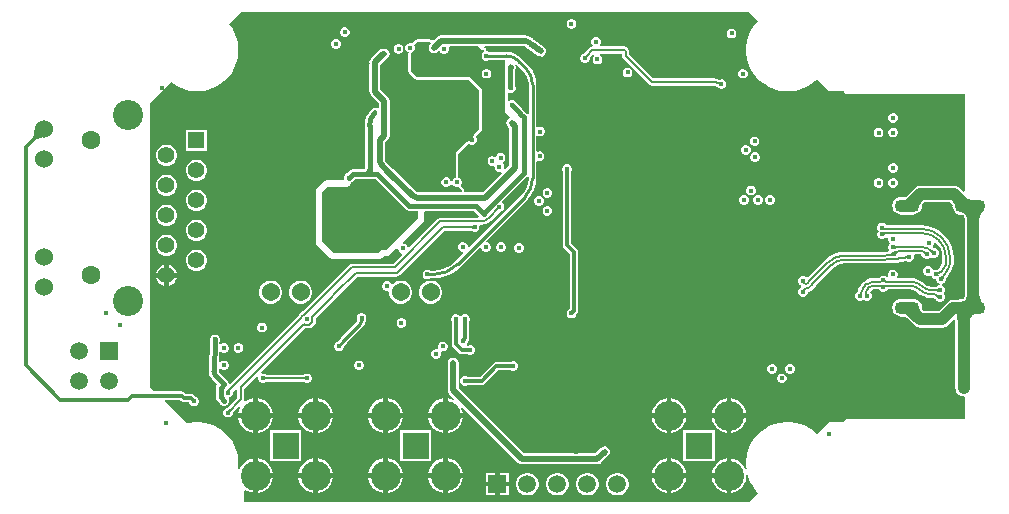
<source format=gbl>
G04*
G04 #@! TF.GenerationSoftware,Altium Limited,Altium Designer,24.4.1 (13)*
G04*
G04 Layer_Physical_Order=4*
G04 Layer_Color=16711680*
%FSLAX44Y44*%
%MOMM*%
G71*
G04*
G04 #@! TF.SameCoordinates,01D52CA3-88C5-4DE5-A31F-88FFA3C92493*
G04*
G04*
G04 #@! TF.FilePolarity,Positive*
G04*
G01*
G75*
%ADD11C,0.2000*%
%ADD75C,1.6000*%
%ADD82C,1.5000*%
%ADD83R,1.5000X1.5000*%
%ADD87C,0.2326*%
%ADD88C,0.2030*%
%ADD89C,0.4000*%
%ADD90C,0.3000*%
%ADD91C,0.1945*%
%ADD96C,0.5000*%
%ADD98C,1.0000*%
%ADD100C,2.5500*%
%ADD101R,2.2500X2.2500*%
%ADD102C,1.5400*%
%ADD103C,1.5300*%
%ADD104C,1.4000*%
%ADD105R,1.4000X1.4000*%
%ADD106O,2.6000X1.1000*%
%ADD107O,2.1000X1.1000*%
%ADD108C,0.4200*%
G36*
X1025251Y809749D02*
X1023629Y808126D01*
X1020836Y804486D01*
X1018542Y800513D01*
X1016786Y796274D01*
X1015599Y791843D01*
X1015000Y787294D01*
Y785000D01*
X1015000Y782706D01*
X1015598Y778157D01*
X1016786Y773725D01*
X1018541Y769486D01*
X1020835Y765513D01*
X1023628Y761873D01*
X1026873Y758629D01*
X1030513Y755836D01*
X1034486Y753542D01*
X1038725Y751786D01*
X1043157Y750599D01*
X1047706Y750000D01*
X1050000Y750000D01*
X1052294Y750000D01*
X1056842Y750598D01*
X1061274Y751786D01*
X1065513Y753541D01*
X1069487Y755835D01*
X1073127Y758629D01*
X1074749Y760251D01*
X1085000Y750000D01*
X1097451D01*
X1097645Y749025D01*
X1098198Y748198D01*
X1099025Y747645D01*
X1100000Y747451D01*
X1200000D01*
Y665386D01*
X1198827Y664900D01*
X1195734Y667992D01*
X1194272Y669115D01*
X1192569Y669820D01*
X1190742Y670060D01*
X1162458D01*
X1160630Y669820D01*
X1158928Y669115D01*
X1157465Y667992D01*
X1151299Y661826D01*
X1151056Y661509D01*
X1150332Y660967D01*
X1150021Y660765D01*
X1146100D01*
X1144142Y660507D01*
X1142318Y659751D01*
X1140751Y658549D01*
X1139549Y656982D01*
X1138793Y655158D01*
X1138535Y653200D01*
X1138793Y651242D01*
X1139549Y649418D01*
X1140751Y647851D01*
X1142318Y646649D01*
X1144142Y645893D01*
X1146100Y645635D01*
X1156100D01*
X1158058Y645893D01*
X1159882Y646649D01*
X1161449Y647851D01*
X1162651Y649418D01*
X1163407Y651242D01*
X1163665Y653200D01*
X1163550Y654067D01*
X1163599Y654157D01*
X1165382Y655940D01*
X1187818D01*
X1189495Y654262D01*
X1189589Y654113D01*
X1189663Y653970D01*
X1189535Y653000D01*
X1189793Y651042D01*
X1190549Y649218D01*
X1191751Y647651D01*
X1193318Y646449D01*
X1195142Y645693D01*
X1197100Y645435D01*
X1198607D01*
X1198908Y645121D01*
X1199296Y644489D01*
X1199657Y643597D01*
X1199940Y642520D01*
Y577080D01*
X1199657Y576003D01*
X1199296Y575111D01*
X1198909Y574479D01*
X1198607Y574165D01*
X1197100D01*
X1195142Y573907D01*
X1194085Y573469D01*
X1190409D01*
X1188581Y573228D01*
X1186879Y572523D01*
X1185416Y571401D01*
X1178075Y564060D01*
X1165382D01*
X1163599Y565843D01*
X1163550Y565933D01*
X1163665Y566800D01*
X1163407Y568758D01*
X1162651Y570582D01*
X1161449Y572149D01*
X1159882Y573351D01*
X1158058Y574107D01*
X1156100Y574365D01*
X1146100D01*
X1144142Y574107D01*
X1142318Y573351D01*
X1140751Y572149D01*
X1139549Y570582D01*
X1138793Y568758D01*
X1138535Y566800D01*
X1138793Y564842D01*
X1139549Y563018D01*
X1140751Y561451D01*
X1142318Y560249D01*
X1144142Y559493D01*
X1146100Y559235D01*
X1150021D01*
X1150280Y559067D01*
X1151311Y558162D01*
X1157465Y552008D01*
X1158928Y550886D01*
X1160630Y550180D01*
X1162458Y549940D01*
X1181000D01*
X1182827Y550180D01*
X1184530Y550886D01*
X1185992Y552008D01*
X1190766Y556781D01*
X1191940Y556295D01*
Y551000D01*
Y520000D01*
Y499000D01*
X1192180Y497173D01*
X1192886Y495470D01*
X1194007Y494007D01*
X1195470Y492886D01*
X1197173Y492180D01*
X1199000Y491940D01*
X1199045Y491945D01*
X1200000Y491108D01*
Y472549D01*
X1100000D01*
X1099025Y472355D01*
X1098198Y471802D01*
X1097645Y470975D01*
X1097451Y470000D01*
X1085000D01*
X1074749Y459749D01*
X1073126Y461371D01*
X1069486Y464164D01*
X1065513Y466458D01*
X1061274Y468214D01*
X1056842Y469401D01*
X1052293Y470000D01*
X1049999Y470000D01*
X1047705D01*
X1043157Y469401D01*
X1038725Y468213D01*
X1034486Y466458D01*
X1030513Y464164D01*
X1026873Y461371D01*
X1023629Y458126D01*
X1020836Y454486D01*
X1018542Y450513D01*
X1016786Y446274D01*
X1015599Y441843D01*
X1015000Y437294D01*
Y435000D01*
X1015000Y432706D01*
X1015287Y430522D01*
X1014050Y430190D01*
X1013471Y431587D01*
X1011857Y434003D01*
X1009803Y436057D01*
X1007387Y437671D01*
X1004702Y438783D01*
X1002400Y439241D01*
Y424600D01*
Y409959D01*
X1004702Y410417D01*
X1007387Y411529D01*
X1009803Y413143D01*
X1011857Y415197D01*
X1013471Y417613D01*
X1014583Y420298D01*
X1015150Y423147D01*
Y424923D01*
X1016420Y425090D01*
X1016786Y423725D01*
X1018541Y419486D01*
X1020835Y415513D01*
X1023628Y411873D01*
X1025251Y410251D01*
X1017549Y402549D01*
X590000Y402549D01*
Y411747D01*
X591270Y412426D01*
X592613Y411529D01*
X595298Y410417D01*
X597600Y409959D01*
Y424600D01*
Y439241D01*
X595298Y438783D01*
X592613Y437671D01*
X590197Y436057D01*
X588143Y434003D01*
X586529Y431587D01*
X585949Y430188D01*
X584712Y430520D01*
X585000Y432706D01*
X585000Y435000D01*
X585000Y437294D01*
X584401Y441843D01*
X583214Y446274D01*
X581458Y450513D01*
X579164Y454487D01*
X576371Y458127D01*
X573126Y461371D01*
X569486Y464164D01*
X565513Y466458D01*
X561274Y468214D01*
X556842Y469401D01*
X552294Y470000D01*
X550000Y470000D01*
X547705D01*
X543157Y469401D01*
X541140Y468860D01*
X522242Y487758D01*
X522728Y488931D01*
X535422D01*
X536647Y487706D01*
X537805Y486933D01*
X539170Y486661D01*
X543292D01*
X543493Y486460D01*
X544024Y485177D01*
X545177Y484024D01*
X546684Y483400D01*
X548316D01*
X549822Y484024D01*
X550976Y485177D01*
X551600Y486684D01*
Y488316D01*
X550976Y489822D01*
X549822Y490976D01*
X548540Y491507D01*
X547294Y492753D01*
X546136Y493526D01*
X544770Y493798D01*
X540649D01*
X539423Y495023D01*
X538266Y495797D01*
X536900Y496069D01*
X513931D01*
X510000Y500000D01*
Y740000D01*
X527866Y757866D01*
X530513Y755836D01*
X534486Y753542D01*
X538725Y751786D01*
X543157Y750599D01*
X547706Y750000D01*
X550000Y750000D01*
X552294Y750000D01*
X556842Y750598D01*
X561274Y751786D01*
X565513Y753541D01*
X569487Y755835D01*
X573127Y758629D01*
X576371Y761873D01*
X579164Y765513D01*
X581458Y769486D01*
X583214Y773725D01*
X584401Y778157D01*
X585000Y782706D01*
X585000Y785000D01*
X585000Y787294D01*
X584401Y791843D01*
X583214Y796274D01*
X581458Y800513D01*
X579164Y804487D01*
X577133Y807133D01*
X587451Y817451D01*
X1017549Y817451D01*
X1025251Y809749D01*
D02*
G37*
G36*
X419924Y710450D02*
X418878Y710441D01*
X416989Y710297D01*
X416147Y710163D01*
X415371Y709987D01*
X414664Y709770D01*
X414024Y709512D01*
X413452Y709213D01*
X412948Y708872D01*
X412511Y708489D01*
X410389Y710611D01*
X410772Y711048D01*
X411113Y711552D01*
X411412Y712124D01*
X411670Y712764D01*
X411887Y713471D01*
X412062Y714247D01*
X412197Y715089D01*
X412289Y716000D01*
X412350Y718024D01*
X419924Y710450D01*
D02*
G37*
G36*
X1165993Y659464D02*
X1165122Y658575D01*
X1163087Y656256D01*
X1162601Y655600D01*
X1162212Y655003D01*
X1161918Y654464D01*
X1161721Y653984D01*
X1161621Y653563D01*
X1161617Y653200D01*
X1148963Y658686D01*
X1149328Y658650D01*
X1149833Y658796D01*
X1150478Y659125D01*
X1151263Y659636D01*
X1152189Y660330D01*
X1154461Y662264D01*
X1158922Y666535D01*
X1165993Y659464D01*
D02*
G37*
G36*
X1195958Y664879D02*
X1202239Y659436D01*
X1203071Y658915D01*
X1203762Y658583D01*
X1204311Y658440D01*
X1204720Y658486D01*
X1191583Y653000D01*
X1191583Y653397D01*
X1191486Y653849D01*
X1191291Y654357D01*
X1191000Y654920D01*
X1190611Y655538D01*
X1190124Y656213D01*
X1188860Y657728D01*
X1187207Y659464D01*
X1194278Y666535D01*
X1195958Y664879D01*
D02*
G37*
G36*
X1215241Y648430D02*
X1214561Y647652D01*
X1213960Y646764D01*
X1213440Y645767D01*
X1213000Y644660D01*
X1212640Y643444D01*
X1212360Y642118D01*
X1212160Y640683D01*
X1212040Y639138D01*
X1212000Y637483D01*
X1202000D01*
X1201950Y639466D01*
X1201800Y641231D01*
X1201550Y642779D01*
X1201201Y644109D01*
X1200751Y645223D01*
X1200201Y646118D01*
X1199552Y646796D01*
X1198802Y647257D01*
X1197953Y647501D01*
X1197004Y647527D01*
X1216001Y649099D01*
X1215241Y648430D01*
D02*
G37*
G36*
X1212040Y580462D02*
X1212160Y578917D01*
X1212360Y577482D01*
X1212640Y576156D01*
X1213000Y574940D01*
X1213440Y573833D01*
X1213960Y572836D01*
X1214561Y571948D01*
X1215241Y571170D01*
X1216001Y570501D01*
X1197004Y572073D01*
X1197953Y572099D01*
X1198802Y572343D01*
X1199552Y572803D01*
X1200201Y573482D01*
X1200751Y574377D01*
X1201201Y575490D01*
X1201550Y576821D01*
X1201800Y578369D01*
X1201950Y580134D01*
X1202000Y582117D01*
X1212000D01*
X1212040Y580462D01*
D02*
G37*
G36*
X1209000Y561114D02*
X1208050Y561161D01*
X1207200Y560974D01*
X1206450Y560555D01*
X1205800Y559901D01*
X1205250Y559015D01*
X1204800Y557895D01*
X1204450Y556542D01*
X1204200Y554956D01*
X1204050Y553136D01*
X1204000Y551083D01*
X1194000Y552085D01*
X1193983Y553925D01*
X1193581Y559809D01*
X1193396Y560911D01*
X1193178Y561865D01*
X1192926Y562672D01*
X1192641Y563330D01*
X1192322Y563842D01*
X1209000Y561114D01*
D02*
G37*
G36*
X1161621Y566437D02*
X1161721Y566016D01*
X1161918Y565536D01*
X1162212Y564997D01*
X1162601Y564400D01*
X1163087Y563744D01*
X1164348Y562257D01*
X1165993Y560536D01*
X1158922Y553465D01*
X1157295Y555071D01*
X1151263Y560364D01*
X1150478Y560875D01*
X1149833Y561204D01*
X1149328Y561350D01*
X1148963Y561314D01*
X1161617Y566800D01*
X1161621Y566437D01*
D02*
G37*
%LPC*%
G36*
X867815Y811100D02*
X866184D01*
X864678Y810476D01*
X863524Y809323D01*
X862900Y807816D01*
Y806184D01*
X863524Y804678D01*
X864678Y803524D01*
X866184Y802900D01*
X867815D01*
X869322Y803524D01*
X870476Y804678D01*
X871100Y806184D01*
Y807816D01*
X870476Y809323D01*
X869322Y810476D01*
X867815Y811100D01*
D02*
G37*
G36*
X675816Y804100D02*
X674184D01*
X672678Y803476D01*
X671524Y802322D01*
X670900Y800816D01*
Y799184D01*
X671524Y797678D01*
X672678Y796524D01*
X674184Y795900D01*
X675816D01*
X677322Y796524D01*
X678476Y797678D01*
X679100Y799184D01*
Y800816D01*
X678476Y802322D01*
X677322Y803476D01*
X675816Y804100D01*
D02*
G37*
G36*
X1003316Y803100D02*
X1001684D01*
X1000178Y802476D01*
X999024Y801322D01*
X998400Y799816D01*
Y798185D01*
X999024Y796678D01*
X1000178Y795524D01*
X1001684Y794900D01*
X1003316D01*
X1004822Y795524D01*
X1005976Y796678D01*
X1006600Y798185D01*
Y799816D01*
X1005976Y801322D01*
X1004822Y802476D01*
X1003316Y803100D01*
D02*
G37*
G36*
X827429Y797588D02*
X756558D01*
X754802Y797239D01*
X753314Y796244D01*
X750384Y793315D01*
X748852Y793442D01*
X748190Y793884D01*
X747410Y794039D01*
X736000D01*
X735220Y793884D01*
X734558Y793442D01*
X734558Y793442D01*
X732236Y791120D01*
X732236Y791120D01*
X732039Y790825D01*
X731374Y791100D01*
X729743D01*
X728236Y790476D01*
X727082Y789322D01*
X726458Y787815D01*
Y786184D01*
X727082Y784678D01*
X728236Y783524D01*
X729020Y783199D01*
X728961Y782900D01*
Y767000D01*
X728961Y767000D01*
X729116Y766220D01*
X729558Y765558D01*
X734558Y760558D01*
X735220Y760116D01*
X736000Y759961D01*
X780155D01*
X788961Y751155D01*
Y717845D01*
X784236Y713120D01*
X783794Y712458D01*
X783639Y711678D01*
X783794Y710898D01*
X784236Y710236D01*
X784236Y710236D01*
X784305Y710167D01*
X784619Y709410D01*
Y708590D01*
X784305Y707833D01*
X783725Y707253D01*
X782968Y706939D01*
X782148D01*
X781391Y707253D01*
X781322Y707322D01*
X780660Y707764D01*
X779880Y707919D01*
X779100Y707764D01*
X778438Y707322D01*
X778438Y707322D01*
X769558Y698442D01*
X769116Y697780D01*
X768961Y697000D01*
Y677024D01*
X768964Y677009D01*
X767678Y676476D01*
X766524Y675322D01*
X766187Y674509D01*
X764813D01*
X764476Y675322D01*
X763323Y676476D01*
X761815Y677100D01*
X760184D01*
X758678Y676476D01*
X757524Y675322D01*
X756900Y673816D01*
Y672185D01*
X757524Y670678D01*
X758678Y669524D01*
X760184Y668900D01*
X761815D01*
X763323Y669524D01*
X764476Y670678D01*
X764813Y671491D01*
X766187D01*
X766524Y670678D01*
X767678Y669524D01*
X769184Y668900D01*
X770816D01*
X771192Y669056D01*
X771457Y668659D01*
X771457Y668659D01*
X773961Y666155D01*
Y664588D01*
X737411D01*
X736144Y664596D01*
X735864Y664712D01*
Y664712D01*
X735849Y664712D01*
X715498Y684445D01*
X715498Y684451D01*
X715498Y684451D01*
X715411Y684557D01*
X715400Y684546D01*
X710136Y690340D01*
X709298Y691286D01*
X709188Y691553D01*
X709180Y692820D01*
Y706743D01*
X711802Y709366D01*
X712797Y710855D01*
X713146Y712610D01*
Y742000D01*
X712797Y743756D01*
X711802Y745244D01*
X705146Y751900D01*
Y772599D01*
X709682Y777135D01*
X710314Y777261D01*
X711802Y778256D01*
X712797Y779744D01*
X713146Y781500D01*
X712797Y783256D01*
X711802Y784744D01*
X710314Y785739D01*
X708558Y786088D01*
X707558D01*
X705802Y785739D01*
X704314Y784744D01*
X697314Y777744D01*
X696319Y776256D01*
X695970Y774500D01*
X696069Y774000D01*
X695970Y773500D01*
Y750000D01*
X696319Y748244D01*
X697314Y746756D01*
X703970Y740099D01*
Y736046D01*
X702700Y735551D01*
X701374Y736100D01*
X699743D01*
X698236Y735476D01*
X697082Y734323D01*
X696970Y734051D01*
X695218Y731917D01*
X693402Y728518D01*
X692283Y724831D01*
X691905Y720996D01*
X691922D01*
Y712734D01*
X691922Y684078D01*
X681713D01*
X681713Y684078D01*
X680152Y683768D01*
X678829Y682884D01*
X678829Y682884D01*
X676634Y680689D01*
X676120Y680476D01*
X674966Y679322D01*
X674342Y677815D01*
Y676184D01*
X674493Y675819D01*
X673645Y674549D01*
X659000D01*
X658025Y674355D01*
X657198Y673802D01*
X651198Y667802D01*
X650645Y666975D01*
X650451Y666000D01*
Y626000D01*
Y622000D01*
X650645Y621025D01*
X651198Y620198D01*
X662198Y609198D01*
X663025Y608645D01*
X664000Y608451D01*
X705000D01*
X705975Y608645D01*
X706802Y609198D01*
X708056Y610451D01*
X711000D01*
X711975Y610645D01*
X712802Y611198D01*
X719072Y617467D01*
X720342Y616941D01*
Y616184D01*
X720966Y614678D01*
X722120Y613524D01*
X723027Y613148D01*
X723401Y611727D01*
X715733Y604059D01*
X681828D01*
Y604098D01*
X679877Y603710D01*
X678224Y602605D01*
X678223Y602605D01*
X677365Y601690D01*
X640144Y564470D01*
X639924Y564426D01*
X638932Y563763D01*
X636237Y561068D01*
X635574Y560076D01*
X635530Y559856D01*
X578273Y502599D01*
X576981Y503103D01*
X576476Y504323D01*
X575322Y505476D01*
X575270Y505497D01*
X568187Y512581D01*
X568193Y512595D01*
X568195Y512599D01*
X568155Y512696D01*
X568139Y512703D01*
X568235Y515471D01*
X569514Y515703D01*
X569524Y515678D01*
X570677Y514524D01*
X572184Y513900D01*
X573815D01*
X575322Y514524D01*
X576476Y515678D01*
X577100Y517184D01*
Y518815D01*
X576476Y520322D01*
X575322Y521476D01*
X573815Y522100D01*
X572184D01*
X570677Y521476D01*
X569678Y520477D01*
X568949Y520613D01*
X568421Y520879D01*
X568708Y529197D01*
X569996Y529705D01*
X570677Y529024D01*
X572184Y528400D01*
X573815D01*
X575322Y529024D01*
X576476Y530178D01*
X577100Y531684D01*
Y533316D01*
X576476Y534823D01*
X575322Y535976D01*
X573815Y536600D01*
X572184D01*
X570677Y535976D01*
X570196Y535494D01*
X568944Y536039D01*
X569048Y539060D01*
X569100Y539184D01*
Y540816D01*
X568476Y542323D01*
X567322Y543476D01*
X565816Y544100D01*
X564184D01*
X562677Y543476D01*
X561524Y542323D01*
X560900Y540816D01*
Y539443D01*
X559983Y512865D01*
X560006Y512730D01*
X559989Y512599D01*
X560263Y510511D01*
X561069Y508565D01*
X562232Y507050D01*
X562332Y506901D01*
X562345Y506887D01*
X562345Y506887D01*
X567116Y502116D01*
Y501830D01*
X566232Y500507D01*
X565922Y498946D01*
X565922Y498946D01*
Y491054D01*
X565922Y491054D01*
X566232Y489493D01*
X567116Y488170D01*
X569464Y485822D01*
X569524Y485677D01*
X570677Y484524D01*
X572184Y483900D01*
X573815D01*
X575322Y484524D01*
X576476Y485677D01*
X577100Y487184D01*
Y488815D01*
X576763Y489630D01*
X576804Y490612D01*
X577405Y491144D01*
X578322Y491524D01*
X579476Y492678D01*
X580100Y494184D01*
Y495774D01*
X582704Y498378D01*
X583059Y498319D01*
X583941Y497819D01*
Y490267D01*
X575774Y482100D01*
X575184D01*
X573677Y481476D01*
X572524Y480322D01*
X571900Y478816D01*
Y477184D01*
X572524Y475678D01*
X573677Y474524D01*
X575184Y473900D01*
X576815D01*
X578322Y474524D01*
X579476Y475678D01*
X580100Y477184D01*
Y477774D01*
X585583Y483257D01*
X586569Y482448D01*
X586529Y482387D01*
X585417Y479702D01*
X584959Y477400D01*
X597600D01*
Y490041D01*
X595298Y489583D01*
X592613Y488471D01*
X590781Y487247D01*
X590245Y487562D01*
X589751Y488087D01*
X590098Y489828D01*
X590059D01*
X590059Y489829D01*
Y497733D01*
X600797Y508471D01*
X601793Y507879D01*
X601900Y507778D01*
Y506185D01*
X602524Y504678D01*
X603678Y503524D01*
X605185Y502900D01*
X606816D01*
X608322Y503524D01*
X608740Y503941D01*
X640260D01*
X640678Y503524D01*
X642185Y502900D01*
X643816D01*
X645322Y503524D01*
X646476Y504678D01*
X647100Y506185D01*
Y507816D01*
X646476Y509323D01*
X645322Y510476D01*
X643816Y511100D01*
X642185D01*
X640678Y510476D01*
X640260Y510059D01*
X608740D01*
X608322Y510476D01*
X606816Y511100D01*
X605222D01*
X605121Y511207D01*
X604529Y512203D01*
X641667Y549341D01*
X644905D01*
X644905Y549341D01*
X646076Y549574D01*
X647068Y550237D01*
X649763Y552932D01*
X650426Y553924D01*
X650659Y555095D01*
Y558333D01*
X664319Y571993D01*
X670015Y577690D01*
X685267Y592941D01*
X718172D01*
Y592902D01*
X720123Y593290D01*
X721776Y594395D01*
X721749Y594423D01*
X721749Y594423D01*
X759267Y631941D01*
X782261D01*
X782678Y631524D01*
X784184Y630900D01*
X785816D01*
X787322Y631524D01*
X788476Y632678D01*
X789100Y634184D01*
Y635816D01*
X789951Y636664D01*
X790595Y636899D01*
Y636899D01*
X793661Y637302D01*
X796518Y638486D01*
X798972Y640369D01*
X799410Y640940D01*
X799476Y640984D01*
X806392Y647900D01*
X806815D01*
X808322Y648524D01*
X809476Y649678D01*
X810100Y651184D01*
Y652815D01*
X809476Y654322D01*
X808322Y655476D01*
X808303Y655484D01*
X808055Y656730D01*
X829442Y678116D01*
X829442Y678116D01*
X829505Y678211D01*
X830775Y677825D01*
Y676254D01*
X830794Y676159D01*
X830435Y672513D01*
X829347Y668927D01*
X827580Y665622D01*
X825262Y662797D01*
X825185Y662746D01*
X825185Y662746D01*
X825184Y662743D01*
X825181Y662741D01*
X780312Y617873D01*
X779042Y618399D01*
Y619315D01*
X778418Y620822D01*
X777264Y621976D01*
X775758Y622600D01*
X774126D01*
X772619Y621976D01*
X771466Y620822D01*
X770842Y619315D01*
Y617684D01*
X771466Y616177D01*
X772619Y615024D01*
X774126Y614400D01*
X775043D01*
X775569Y613130D01*
X768255Y605816D01*
X768140Y605643D01*
X764349Y602532D01*
X759843Y600124D01*
X754955Y598641D01*
X750094Y598162D01*
X749900Y598201D01*
X747598D01*
X747322Y598476D01*
X745816Y599100D01*
X744184D01*
X742678Y598476D01*
X741524Y597323D01*
X740900Y595816D01*
Y594184D01*
X741524Y592678D01*
X742678Y591524D01*
X744184Y590900D01*
X745816D01*
X747322Y591524D01*
X747549Y591751D01*
X749900D01*
X749903Y591715D01*
X754953Y592113D01*
X759910Y593303D01*
X764620Y595253D01*
X768966Y597917D01*
X771893Y600417D01*
X772842Y601228D01*
X772843Y601228D01*
X773703Y602142D01*
X789279Y617719D01*
X790549Y617192D01*
Y617184D01*
X791173Y615678D01*
X792327Y614524D01*
X793834Y613900D01*
X795465D01*
X796972Y614524D01*
X798125Y615678D01*
X798749Y617184D01*
Y618816D01*
X798125Y620322D01*
X796972Y621476D01*
X795465Y622100D01*
X795457D01*
X794931Y623370D01*
X829698Y658137D01*
X829784Y658137D01*
X829788Y658141D01*
X829789Y658142D01*
X830578Y659103D01*
X832972Y662020D01*
X835337Y666446D01*
X836794Y671248D01*
X837165Y675010D01*
X837286Y676243D01*
X837285Y676255D01*
X837225Y677501D01*
Y690337D01*
X838495Y691186D01*
X839184Y690900D01*
X840816D01*
X842322Y691524D01*
X843476Y692678D01*
X844100Y694184D01*
Y695816D01*
X843476Y697322D01*
X842322Y698476D01*
X840816Y699100D01*
X839184D01*
X838495Y698814D01*
X837225Y699663D01*
Y711876D01*
X838495Y712417D01*
X839743Y711900D01*
X841374D01*
X842880Y712524D01*
X844034Y713678D01*
X844658Y715184D01*
Y716816D01*
X844034Y718323D01*
X842880Y719476D01*
X841374Y720100D01*
X839743D01*
X838495Y719583D01*
X837225Y720124D01*
Y755760D01*
X837273Y755780D01*
X836830Y760285D01*
X835513Y764626D01*
X833374Y768627D01*
X831262Y771201D01*
X830497Y772134D01*
X830466Y772159D01*
X829548Y773012D01*
X824372Y778188D01*
X824372Y778188D01*
X824372Y778208D01*
X824372Y778209D01*
X823423Y778987D01*
X821799Y780321D01*
X818797Y781925D01*
X815541Y782913D01*
X813367Y783127D01*
X812154Y783246D01*
X812138Y783245D01*
X810876Y783225D01*
X797573D01*
X797322Y783476D01*
X795816Y784100D01*
X795291D01*
Y784128D01*
X795039Y785398D01*
X794962Y785583D01*
X794923Y785780D01*
X794811Y785947D01*
X794734Y786133D01*
X794592Y786275D01*
X794481Y786442D01*
X794314Y786553D01*
X794172Y786696D01*
X793986Y786773D01*
X793819Y786884D01*
X793622Y786923D01*
X793437Y787000D01*
X793236D01*
X793039Y787039D01*
X792937D01*
X792869Y787142D01*
X793548Y788412D01*
X827421D01*
X827429Y788404D01*
X828412Y787712D01*
X828665Y787503D01*
X829854Y786252D01*
X838354Y780252D01*
X839990Y779524D01*
X841779Y779479D01*
X843450Y780121D01*
X844748Y781354D01*
X845475Y782990D01*
X845521Y784780D01*
X844879Y786451D01*
X843646Y787748D01*
X835146Y793748D01*
X834789Y793907D01*
X834200Y794789D01*
X834189Y794796D01*
X834184Y794791D01*
X832220Y796298D01*
X829909Y797255D01*
X827521Y797570D01*
X827429Y797588D01*
D02*
G37*
G36*
X668316Y794100D02*
X666684D01*
X665178Y793476D01*
X664024Y792322D01*
X663400Y790816D01*
Y789184D01*
X664024Y787678D01*
X665178Y786524D01*
X666684Y785900D01*
X668316D01*
X669822Y786524D01*
X670976Y787678D01*
X671600Y789184D01*
Y790816D01*
X670976Y792322D01*
X669822Y793476D01*
X668316Y794100D01*
D02*
G37*
G36*
X721374Y790100D02*
X719743D01*
X718236Y789476D01*
X717082Y788323D01*
X716458Y786815D01*
Y785184D01*
X717082Y783678D01*
X718236Y782524D01*
X719743Y781900D01*
X721374D01*
X722880Y782524D01*
X724034Y783678D01*
X724658Y785184D01*
Y786815D01*
X724034Y788323D01*
X722880Y789476D01*
X721374Y790100D01*
D02*
G37*
G36*
X915315Y770100D02*
X913684D01*
X912178Y769476D01*
X911024Y768322D01*
X910400Y766815D01*
Y765184D01*
X911024Y763678D01*
X912178Y762524D01*
X913684Y761900D01*
X915315D01*
X916822Y762524D01*
X917976Y763678D01*
X918600Y765184D01*
Y766815D01*
X917976Y768322D01*
X916822Y769476D01*
X915315Y770100D01*
D02*
G37*
G36*
X1012816Y769100D02*
X1011184D01*
X1009678Y768476D01*
X1008524Y767322D01*
X1007900Y765816D01*
Y764184D01*
X1008524Y762678D01*
X1009678Y761524D01*
X1011184Y760900D01*
X1012816D01*
X1014323Y761524D01*
X1015476Y762678D01*
X1016100Y764184D01*
Y765816D01*
X1015476Y767322D01*
X1014323Y768476D01*
X1012816Y769100D01*
D02*
G37*
G36*
X888757Y796100D02*
X887126D01*
X885619Y795476D01*
X884466Y794322D01*
X883842Y792815D01*
Y791184D01*
X884466Y789678D01*
X884800Y789344D01*
X884617Y788569D01*
X884311Y788036D01*
X883324Y787840D01*
X882326Y787174D01*
X882326Y787174D01*
X877684Y782532D01*
X877286Y781935D01*
X876178Y781476D01*
X875024Y780322D01*
X874400Y778816D01*
Y777185D01*
X875024Y775678D01*
X876178Y774524D01*
X877684Y773900D01*
X879316D01*
X880823Y774524D01*
X881976Y775678D01*
X882600Y777185D01*
Y778622D01*
X882698Y778769D01*
X882719Y778871D01*
X885564Y781717D01*
X886123Y781638D01*
X886363Y781075D01*
X886453Y780310D01*
X885466Y779322D01*
X884842Y777815D01*
Y776184D01*
X885466Y774678D01*
X886619Y773524D01*
X888126Y772900D01*
X889758D01*
X891264Y773524D01*
X892418Y774678D01*
X893042Y776184D01*
Y777815D01*
X892418Y779322D01*
X891264Y780476D01*
X890829Y780656D01*
X891082Y781926D01*
X909926D01*
Y780000D01*
X909926Y780000D01*
X910160Y778824D01*
X910826Y777826D01*
X932826Y755826D01*
X932826Y755826D01*
X933824Y755160D01*
X935000Y754926D01*
X986454D01*
X987629Y754920D01*
X988000Y754766D01*
X989143Y754458D01*
X990383Y754019D01*
X990524Y753678D01*
X991677Y752524D01*
X993184Y751900D01*
X994816D01*
X996322Y752524D01*
X997476Y753678D01*
X998100Y755184D01*
Y756816D01*
X997476Y758323D01*
X996322Y759476D01*
X994816Y760100D01*
X993184D01*
X992468Y759803D01*
X989703Y760782D01*
X989584Y760799D01*
X988000Y761114D01*
Y761074D01*
X936273D01*
X916074Y781273D01*
Y783811D01*
X915840Y784987D01*
X915174Y785984D01*
X915174Y785985D01*
X913985Y787174D01*
X912987Y787840D01*
X911811Y788074D01*
X911811Y788074D01*
X891610D01*
X891084Y789344D01*
X891418Y789678D01*
X892042Y791184D01*
Y792815D01*
X891418Y794322D01*
X890264Y795476D01*
X888757Y796100D01*
D02*
G37*
G36*
X1140317Y731770D02*
X1138686D01*
X1137179Y731146D01*
X1136026Y729992D01*
X1135402Y728485D01*
Y726854D01*
X1136026Y725348D01*
X1137179Y724194D01*
X1138686Y723570D01*
X1140317D01*
X1141824Y724194D01*
X1142978Y725348D01*
X1143602Y726854D01*
Y728485D01*
X1142978Y729992D01*
X1141824Y731146D01*
X1140317Y731770D01*
D02*
G37*
G36*
Y719270D02*
X1138686D01*
X1137179Y718646D01*
X1136026Y717492D01*
X1135402Y715985D01*
Y714354D01*
X1136026Y712848D01*
X1137179Y711694D01*
X1138686Y711070D01*
X1140317D01*
X1141824Y711694D01*
X1142978Y712848D01*
X1143602Y714354D01*
Y715985D01*
X1142978Y717492D01*
X1141824Y718646D01*
X1140317Y719270D01*
D02*
G37*
G36*
X1127817D02*
X1126186D01*
X1124679Y718646D01*
X1123526Y717492D01*
X1122902Y715985D01*
Y714354D01*
X1123526Y712848D01*
X1124679Y711694D01*
X1126186Y711070D01*
X1127817D01*
X1129324Y711694D01*
X1130478Y712848D01*
X1131102Y714354D01*
Y715985D01*
X1130478Y717492D01*
X1129324Y718646D01*
X1127817Y719270D01*
D02*
G37*
G36*
X1022817Y711770D02*
X1021186D01*
X1019679Y711146D01*
X1018526Y709992D01*
X1017902Y708485D01*
Y706854D01*
X1018526Y705348D01*
X1019679Y704194D01*
X1021186Y703570D01*
X1022817D01*
X1024324Y704194D01*
X1025478Y705348D01*
X1026102Y706854D01*
Y708485D01*
X1025478Y709992D01*
X1024324Y711146D01*
X1022817Y711770D01*
D02*
G37*
G36*
X558500Y717500D02*
X540500D01*
Y699500D01*
X558500D01*
Y717500D01*
D02*
G37*
G36*
X1015317Y704270D02*
X1013686D01*
X1012179Y703646D01*
X1011026Y702492D01*
X1010402Y700985D01*
Y699354D01*
X1011026Y697848D01*
X1012179Y696694D01*
X1013686Y696070D01*
X1015317D01*
X1016824Y696694D01*
X1017978Y697848D01*
X1018602Y699354D01*
Y700985D01*
X1017978Y702492D01*
X1016824Y703646D01*
X1015317Y704270D01*
D02*
G37*
G36*
X1023317Y698270D02*
X1021686D01*
X1020179Y697646D01*
X1019026Y696492D01*
X1018402Y694986D01*
Y693354D01*
X1019026Y691848D01*
X1020179Y690694D01*
X1021686Y690070D01*
X1023317D01*
X1024824Y690694D01*
X1025978Y691848D01*
X1026602Y693354D01*
Y694986D01*
X1025978Y696492D01*
X1024824Y697646D01*
X1023317Y698270D01*
D02*
G37*
G36*
X525285Y704800D02*
X522915D01*
X520626Y704187D01*
X518574Y703002D01*
X516898Y701326D01*
X515713Y699274D01*
X515100Y696985D01*
Y694615D01*
X515713Y692326D01*
X516898Y690274D01*
X518574Y688598D01*
X520626Y687413D01*
X522915Y686800D01*
X525285D01*
X527574Y687413D01*
X529626Y688598D01*
X531302Y690274D01*
X532487Y692326D01*
X533100Y694615D01*
Y696985D01*
X532487Y699274D01*
X531302Y701326D01*
X529626Y703002D01*
X527574Y704187D01*
X525285Y704800D01*
D02*
G37*
G36*
X1140317Y689270D02*
X1138686D01*
X1137179Y688646D01*
X1136026Y687492D01*
X1135402Y685985D01*
Y684354D01*
X1136026Y682848D01*
X1137179Y681694D01*
X1138686Y681070D01*
X1140317D01*
X1141824Y681694D01*
X1142978Y682848D01*
X1143602Y684354D01*
Y685985D01*
X1142978Y687492D01*
X1141824Y688646D01*
X1140317Y689270D01*
D02*
G37*
G36*
X550685Y692100D02*
X548315D01*
X546026Y691487D01*
X543974Y690302D01*
X542298Y688626D01*
X541113Y686574D01*
X540500Y684285D01*
Y681915D01*
X541113Y679626D01*
X542298Y677574D01*
X543974Y675898D01*
X546026Y674713D01*
X548315Y674100D01*
X550685D01*
X552974Y674713D01*
X555026Y675898D01*
X556702Y677574D01*
X557887Y679626D01*
X558500Y681915D01*
Y684285D01*
X557887Y686574D01*
X556702Y688626D01*
X555026Y690302D01*
X552974Y691487D01*
X550685Y692100D01*
D02*
G37*
G36*
X1140317Y676770D02*
X1138686D01*
X1137179Y676146D01*
X1136026Y674992D01*
X1135402Y673485D01*
Y671854D01*
X1136026Y670348D01*
X1137179Y669194D01*
X1138686Y668570D01*
X1140317D01*
X1141824Y669194D01*
X1142978Y670348D01*
X1143602Y671854D01*
Y673485D01*
X1142978Y674992D01*
X1141824Y676146D01*
X1140317Y676770D01*
D02*
G37*
G36*
X1127817D02*
X1126186D01*
X1124679Y676146D01*
X1123526Y674992D01*
X1122902Y673485D01*
Y671854D01*
X1123526Y670348D01*
X1124679Y669194D01*
X1126186Y668570D01*
X1127817D01*
X1129324Y669194D01*
X1130478Y670348D01*
X1131102Y671854D01*
Y673485D01*
X1130478Y674992D01*
X1129324Y676146D01*
X1127817Y676770D01*
D02*
G37*
G36*
X1019816Y670100D02*
X1018185D01*
X1016677Y669476D01*
X1015524Y668322D01*
X1014900Y666815D01*
Y665184D01*
X1015524Y663678D01*
X1016677Y662524D01*
X1018185Y661900D01*
X1019816D01*
X1021322Y662524D01*
X1022476Y663678D01*
X1023100Y665184D01*
Y666815D01*
X1022476Y668322D01*
X1021322Y669476D01*
X1019816Y670100D01*
D02*
G37*
G36*
X525285Y679400D02*
X522915D01*
X520626Y678787D01*
X518574Y677602D01*
X516898Y675926D01*
X515713Y673874D01*
X515100Y671585D01*
Y669215D01*
X515713Y666926D01*
X516898Y664874D01*
X518574Y663198D01*
X520626Y662013D01*
X522915Y661400D01*
X525285D01*
X527574Y662013D01*
X529626Y663198D01*
X531302Y664874D01*
X532487Y666926D01*
X533100Y669215D01*
Y671585D01*
X532487Y673874D01*
X531302Y675926D01*
X529626Y677602D01*
X527574Y678787D01*
X525285Y679400D01*
D02*
G37*
G36*
X847374Y668100D02*
X845742D01*
X844236Y667476D01*
X843082Y666322D01*
X842458Y664816D01*
Y663185D01*
X843082Y661678D01*
X844236Y660524D01*
X845742Y659900D01*
X847374D01*
X848880Y660524D01*
X850034Y661678D01*
X850658Y663185D01*
Y664816D01*
X850034Y666322D01*
X848880Y667476D01*
X847374Y668100D01*
D02*
G37*
G36*
X1025816Y662100D02*
X1024184D01*
X1022678Y661476D01*
X1021524Y660322D01*
X1020900Y658816D01*
Y657185D01*
X1021524Y655678D01*
X1022678Y654524D01*
X1024184Y653900D01*
X1025816D01*
X1027322Y654524D01*
X1028476Y655678D01*
X1029100Y657185D01*
Y658816D01*
X1028476Y660322D01*
X1027322Y661476D01*
X1025816Y662100D01*
D02*
G37*
G36*
X1013816D02*
X1012185D01*
X1010678Y661476D01*
X1009524Y660322D01*
X1008900Y658816D01*
Y657185D01*
X1009524Y655678D01*
X1010678Y654524D01*
X1012185Y653900D01*
X1013816D01*
X1015322Y654524D01*
X1016476Y655678D01*
X1017100Y657185D01*
Y658816D01*
X1016476Y660322D01*
X1015322Y661476D01*
X1013816Y662100D01*
D02*
G37*
G36*
X1035907Y662077D02*
X1034276D01*
X1032769Y661452D01*
X1031616Y660299D01*
X1030992Y658792D01*
Y657161D01*
X1031616Y655654D01*
X1032769Y654501D01*
X1034276Y653877D01*
X1035907D01*
X1037414Y654501D01*
X1038568Y655654D01*
X1039192Y657161D01*
Y658792D01*
X1038568Y660299D01*
X1037414Y661452D01*
X1035907Y662077D01*
D02*
G37*
G36*
X840374Y661100D02*
X838743D01*
X837236Y660476D01*
X836082Y659323D01*
X835458Y657815D01*
Y656184D01*
X836082Y654678D01*
X837236Y653524D01*
X838743Y652900D01*
X840374D01*
X841880Y653524D01*
X843034Y654678D01*
X843658Y656184D01*
Y657815D01*
X843034Y659323D01*
X841880Y660476D01*
X840374Y661100D01*
D02*
G37*
G36*
X550685Y666700D02*
X548315D01*
X546026Y666087D01*
X543974Y664902D01*
X542298Y663226D01*
X541113Y661174D01*
X540500Y658885D01*
Y656515D01*
X541113Y654226D01*
X542298Y652174D01*
X543974Y650498D01*
X546026Y649313D01*
X548315Y648700D01*
X550685D01*
X552974Y649313D01*
X555026Y650498D01*
X556702Y652174D01*
X557887Y654226D01*
X558500Y656515D01*
Y658885D01*
X557887Y661174D01*
X556702Y663226D01*
X555026Y664902D01*
X552974Y666087D01*
X550685Y666700D01*
D02*
G37*
G36*
X847374Y653100D02*
X845742D01*
X844236Y652476D01*
X843082Y651322D01*
X842458Y649816D01*
Y648185D01*
X843082Y646678D01*
X844236Y645524D01*
X845742Y644900D01*
X847374D01*
X848880Y645524D01*
X850034Y646678D01*
X850658Y648185D01*
Y649816D01*
X850034Y651322D01*
X848880Y652476D01*
X847374Y653100D01*
D02*
G37*
G36*
X525285Y654000D02*
X522915D01*
X520626Y653387D01*
X518574Y652202D01*
X516898Y650526D01*
X515713Y648474D01*
X515100Y646185D01*
Y643815D01*
X515713Y641526D01*
X516898Y639474D01*
X518574Y637798D01*
X520626Y636613D01*
X522915Y636000D01*
X525285D01*
X527574Y636613D01*
X529626Y637798D01*
X531302Y639474D01*
X532487Y641526D01*
X533100Y643815D01*
Y646185D01*
X532487Y648474D01*
X531302Y650526D01*
X529626Y652202D01*
X527574Y653387D01*
X525285Y654000D01*
D02*
G37*
G36*
X550685Y641300D02*
X548315D01*
X546026Y640687D01*
X543974Y639502D01*
X542298Y637826D01*
X541113Y635774D01*
X540500Y633485D01*
Y631115D01*
X541113Y628826D01*
X542298Y626774D01*
X543974Y625098D01*
X546026Y623913D01*
X548315Y623300D01*
X550685D01*
X552974Y623913D01*
X555026Y625098D01*
X556702Y626774D01*
X557887Y628826D01*
X558500Y631115D01*
Y633485D01*
X557887Y635774D01*
X556702Y637826D01*
X555026Y639502D01*
X552974Y640687D01*
X550685Y641300D01*
D02*
G37*
G36*
X807965Y622100D02*
X806334D01*
X804827Y621476D01*
X803673Y620322D01*
X803049Y618816D01*
Y617184D01*
X803673Y615678D01*
X804827Y614524D01*
X806334Y613900D01*
X807965D01*
X809472Y614524D01*
X810625Y615678D01*
X811249Y617184D01*
Y618816D01*
X810625Y620322D01*
X809472Y621476D01*
X807965Y622100D01*
D02*
G37*
G36*
X823316Y621600D02*
X821684D01*
X820178Y620976D01*
X819024Y619823D01*
X818400Y618316D01*
Y616684D01*
X819024Y615178D01*
X820178Y614024D01*
X821684Y613400D01*
X823316D01*
X824822Y614024D01*
X825976Y615178D01*
X826600Y616684D01*
Y618316D01*
X825976Y619823D01*
X824822Y620976D01*
X823316Y621600D01*
D02*
G37*
G36*
X525285Y628600D02*
X522915D01*
X520626Y627987D01*
X518574Y626802D01*
X516898Y625126D01*
X515713Y623074D01*
X515100Y620785D01*
Y618415D01*
X515713Y616126D01*
X516898Y614074D01*
X518574Y612398D01*
X520626Y611213D01*
X522915Y610600D01*
X525285D01*
X527574Y611213D01*
X529626Y612398D01*
X531302Y614074D01*
X532487Y616126D01*
X533100Y618415D01*
Y620785D01*
X532487Y623074D01*
X531302Y625126D01*
X529626Y626802D01*
X527574Y627987D01*
X525285Y628600D01*
D02*
G37*
G36*
X1130816Y638800D02*
X1129184D01*
X1127678Y638176D01*
X1126524Y637022D01*
X1125900Y635516D01*
Y633885D01*
X1126524Y632378D01*
X1127052Y631850D01*
X1126524Y631323D01*
X1125900Y629816D01*
Y628185D01*
X1126524Y626678D01*
X1127678Y625524D01*
X1129184Y624900D01*
X1130816D01*
X1132322Y625524D01*
X1133206Y626408D01*
X1133782Y626436D01*
X1134028Y626299D01*
X1134900Y625413D01*
Y624184D01*
X1135524Y622677D01*
X1135872Y622330D01*
X1136655Y621500D01*
X1135872Y620670D01*
X1135524Y620322D01*
X1134900Y618816D01*
Y617184D01*
X1135524Y615678D01*
X1135626Y615576D01*
X1135601Y615332D01*
X1135393Y614507D01*
X1135187Y614219D01*
X1132027Y614084D01*
X1132010Y614083D01*
X1130804Y614195D01*
D01*
X1129639Y614048D01*
X1129487Y614031D01*
X1098185D01*
X1097462Y614031D01*
X1097461Y614031D01*
X1097452Y614039D01*
X1097452Y614042D01*
X1097125Y614020D01*
X1097124Y614020D01*
X1097120Y614019D01*
X1097095Y614016D01*
X1096921Y613994D01*
X1096920Y613994D01*
X1096238Y613905D01*
X1094976Y613776D01*
X1093876Y613667D01*
X1089513Y612344D01*
X1085492Y610195D01*
X1081992Y607322D01*
X1082023Y607282D01*
X1067434Y592692D01*
X1065680Y592734D01*
X1065322Y593092D01*
X1063816Y593716D01*
X1062185D01*
X1060678Y593092D01*
X1059524Y591938D01*
X1058900Y590432D01*
Y588800D01*
X1059524Y587294D01*
X1060678Y586140D01*
X1061231Y585911D01*
X1061436Y585592D01*
X1061647Y585000D01*
X1061436Y584408D01*
X1061231Y584089D01*
X1060678Y583860D01*
X1059524Y582706D01*
X1058900Y581199D01*
Y579568D01*
X1059524Y578062D01*
X1060678Y576908D01*
X1062185Y576284D01*
X1063816D01*
X1065322Y576908D01*
X1066476Y578062D01*
X1067100Y579568D01*
Y580412D01*
X1067665Y580486D01*
X1069717Y581336D01*
X1071479Y582688D01*
X1072084Y583477D01*
X1072918Y584403D01*
X1073057Y584738D01*
X1073876Y585589D01*
X1087899Y599613D01*
X1088796Y600509D01*
X1088796Y600510D01*
X1088797Y600511D01*
X1088797D01*
X1089750Y601298D01*
X1091576Y602699D01*
X1094874Y604065D01*
X1097364Y604393D01*
X1097481Y604291D01*
X1097550Y604319D01*
X1098814Y604453D01*
X1130729D01*
X1130730Y604453D01*
X1130730Y604453D01*
X1130807Y604439D01*
X1131167Y604461D01*
X1132059Y604499D01*
X1134677Y604611D01*
X1135896Y604510D01*
X1135918Y604519D01*
X1137131Y604691D01*
X1140253Y604760D01*
X1140403Y604793D01*
X1141072Y604881D01*
X1141408Y604874D01*
X1150699Y606516D01*
X1152185Y605900D01*
X1153816D01*
X1155322Y606524D01*
X1156476Y607678D01*
X1157100Y609184D01*
Y610816D01*
X1157060Y610913D01*
X1157765Y611969D01*
X1162660D01*
X1163046Y611809D01*
X1163046Y611809D01*
X1163977Y610998D01*
X1164524Y609678D01*
X1165678Y608524D01*
X1167185Y607900D01*
X1168816D01*
X1170322Y608524D01*
X1170630Y608832D01*
X1171677Y609524D01*
X1173184Y608900D01*
X1174816D01*
X1176322Y609524D01*
X1177476Y610677D01*
X1178100Y612184D01*
Y613815D01*
X1177476Y615322D01*
X1176322Y616476D01*
X1174816Y617100D01*
X1173848D01*
X1173216Y617624D01*
X1172966Y618860D01*
X1172979Y619027D01*
X1173080Y619282D01*
X1173476Y619678D01*
X1174100Y621185D01*
Y621678D01*
X1175370Y622278D01*
X1175825Y621905D01*
X1175857Y621857D01*
X1175901Y621828D01*
X1178040Y619220D01*
X1179655Y616200D01*
X1180649Y612923D01*
X1180979Y609566D01*
X1180969Y609515D01*
Y605314D01*
X1180969Y605314D01*
X1180969Y604728D01*
X1180847Y604435D01*
X1177821Y599435D01*
X1177622Y599352D01*
X1176816Y599100D01*
X1175184D01*
X1174370Y598763D01*
X1173388Y598804D01*
X1172856Y599405D01*
X1172476Y600322D01*
X1171322Y601476D01*
X1169816Y602100D01*
X1168185D01*
X1166677Y601476D01*
X1165524Y600322D01*
X1164900Y598815D01*
Y597184D01*
X1165524Y595677D01*
X1166677Y594524D01*
X1168185Y593900D01*
X1169816D01*
X1170630Y594237D01*
X1171612Y594196D01*
X1172144Y593595D01*
X1172524Y592678D01*
X1173678Y591524D01*
X1175184Y590900D01*
X1175930D01*
Y590154D01*
X1176555Y588647D01*
X1177708Y587494D01*
X1178731Y587070D01*
X1178478Y585800D01*
X1178185D01*
X1176678Y585176D01*
X1176233Y584731D01*
X1171258Y584731D01*
X1171244Y584746D01*
Y584746D01*
X1171243Y584746D01*
X1169556Y584968D01*
X1167968Y585626D01*
X1167551Y585945D01*
X1166595Y586703D01*
X1166595Y586703D01*
X1163872Y588938D01*
X1160765Y590599D01*
X1157393Y591622D01*
X1153887Y591967D01*
Y591939D01*
X1143396D01*
X1142696Y593209D01*
X1143100Y594184D01*
Y595816D01*
X1142476Y597323D01*
X1141322Y598476D01*
X1139816Y599100D01*
X1138185D01*
X1136678Y598476D01*
X1135524Y597323D01*
X1134900Y595816D01*
Y594184D01*
X1135247Y593348D01*
X1134170Y592628D01*
X1133322Y593476D01*
X1131815Y594100D01*
X1130184D01*
X1128678Y593476D01*
X1127524Y592322D01*
X1127365Y591939D01*
X1122349D01*
Y591977D01*
X1119422Y591592D01*
X1116694Y590462D01*
X1114352Y588665D01*
X1114379Y588637D01*
X1114379Y588637D01*
X1113076Y587334D01*
X1112162Y586451D01*
X1112162Y586451D01*
X1110683Y584523D01*
X1109753Y582278D01*
X1109547Y580712D01*
X1108978Y580476D01*
X1107824Y579322D01*
X1107200Y577816D01*
Y576184D01*
X1107824Y574678D01*
X1108978Y573524D01*
X1110484Y572900D01*
X1112116D01*
X1113623Y573524D01*
X1114150Y574052D01*
X1114678Y573524D01*
X1116184Y572900D01*
X1117815D01*
X1119323Y573524D01*
X1120476Y574678D01*
X1121100Y576184D01*
Y577816D01*
X1120476Y579322D01*
X1119542Y580256D01*
X1121143Y581857D01*
X1121169Y581831D01*
X1121716Y582197D01*
X1122361Y582325D01*
Y582361D01*
X1127365D01*
X1127524Y581978D01*
X1128678Y580824D01*
X1130184Y580200D01*
X1131815D01*
X1133322Y580824D01*
X1134476Y581978D01*
X1134635Y582361D01*
X1153853D01*
X1153864Y582363D01*
X1156040Y582077D01*
X1158079Y581232D01*
X1158856Y580636D01*
X1159811Y579878D01*
X1159828Y579858D01*
X1160763Y579091D01*
X1162272Y577852D01*
X1165061Y576362D01*
X1168086Y575444D01*
X1170005Y575255D01*
X1171233Y575134D01*
X1171233Y575134D01*
X1171991Y575145D01*
X1173196Y574989D01*
Y574990D01*
X1173269Y575039D01*
X1175298Y574222D01*
X1175524Y573677D01*
X1176678Y572524D01*
X1178185Y571900D01*
X1179816D01*
X1181322Y572524D01*
X1182476Y573677D01*
X1183100Y575184D01*
Y576815D01*
X1182476Y578322D01*
X1181948Y578850D01*
X1182476Y579378D01*
X1183100Y580884D01*
Y582515D01*
X1182476Y584022D01*
X1181322Y585176D01*
X1180299Y585600D01*
X1180552Y586870D01*
X1180846D01*
X1182353Y587494D01*
X1183506Y588647D01*
X1184130Y590154D01*
Y591625D01*
X1185543Y593716D01*
X1185608Y593871D01*
X1185686Y593973D01*
X1185758Y594050D01*
X1185768Y594067D01*
X1185771Y594076D01*
X1185777Y594083D01*
X1189320Y599935D01*
X1189327Y599956D01*
X1189421Y600079D01*
X1190271Y602131D01*
X1190526Y604066D01*
X1190561Y604332D01*
X1190561D01*
X1190547Y605314D01*
X1190547Y606569D01*
Y609515D01*
X1190572D01*
X1190239Y613747D01*
X1189248Y617876D01*
X1187623Y621799D01*
X1185404Y625419D01*
X1183453Y627703D01*
X1182647Y628647D01*
X1182647Y628647D01*
X1182638Y628658D01*
X1182637Y628658D01*
X1179376Y631444D01*
X1175718Y633685D01*
X1171755Y635327D01*
X1167583Y636328D01*
X1163307Y636665D01*
Y636639D01*
X1133635D01*
X1133476Y637022D01*
X1132322Y638176D01*
X1130816Y638800D01*
D02*
G37*
G36*
X550685Y615900D02*
X548315D01*
X546026Y615287D01*
X543974Y614102D01*
X542298Y612426D01*
X541113Y610374D01*
X540500Y608085D01*
Y605715D01*
X541113Y603426D01*
X542298Y601374D01*
X543974Y599698D01*
X546026Y598513D01*
X548315Y597900D01*
X550685D01*
X552974Y598513D01*
X555026Y599698D01*
X556702Y601374D01*
X557887Y603426D01*
X558500Y605715D01*
Y608085D01*
X557887Y610374D01*
X556702Y612426D01*
X555026Y614102D01*
X552974Y615287D01*
X550685Y615900D01*
D02*
G37*
G36*
X526100Y602982D02*
Y596200D01*
X532882D01*
X532487Y597674D01*
X531302Y599726D01*
X529626Y601402D01*
X527574Y602587D01*
X526100Y602982D01*
D02*
G37*
G36*
X522100D02*
X520626Y602587D01*
X518574Y601402D01*
X516898Y599726D01*
X515713Y597674D01*
X515318Y596200D01*
X522100D01*
Y602982D01*
D02*
G37*
G36*
X723577Y589700D02*
X721023D01*
X718556Y589039D01*
X716344Y587762D01*
X715668Y587085D01*
X714476Y587323D01*
X713322Y588476D01*
X711815Y589100D01*
X710184D01*
X708678Y588476D01*
X707524Y587322D01*
X706900Y585816D01*
Y584184D01*
X707524Y582677D01*
X708678Y581524D01*
X710184Y580900D01*
X711815D01*
X712600Y580376D01*
Y578723D01*
X713261Y576256D01*
X714538Y574044D01*
X716344Y572238D01*
X718556Y570961D01*
X721023Y570300D01*
X723577D01*
X726044Y570961D01*
X728256Y572238D01*
X730062Y574044D01*
X731339Y576256D01*
X732000Y578723D01*
Y581277D01*
X731339Y583744D01*
X730062Y585956D01*
X728256Y587762D01*
X726044Y589039D01*
X723577Y589700D01*
D02*
G37*
G36*
X532882Y592200D02*
X526100D01*
Y585418D01*
X527574Y585813D01*
X529626Y586998D01*
X531302Y588674D01*
X532487Y590726D01*
X532882Y592200D01*
D02*
G37*
G36*
X522100D02*
X515318D01*
X515713Y590726D01*
X516898Y588674D01*
X518574Y586998D01*
X520626Y585813D01*
X522100Y585418D01*
Y592200D01*
D02*
G37*
G36*
X748977Y589700D02*
X746423D01*
X743956Y589039D01*
X741744Y587762D01*
X739938Y585956D01*
X738661Y583744D01*
X738000Y581277D01*
Y578723D01*
X738661Y576256D01*
X739938Y574044D01*
X741744Y572238D01*
X743956Y570961D01*
X746423Y570300D01*
X748977D01*
X751444Y570961D01*
X753656Y572238D01*
X755462Y574044D01*
X756739Y576256D01*
X757400Y578723D01*
Y581277D01*
X756739Y583744D01*
X755462Y585956D01*
X753656Y587762D01*
X751444Y589039D01*
X748977Y589700D01*
D02*
G37*
G36*
X638977D02*
X636423D01*
X633956Y589039D01*
X631744Y587762D01*
X629938Y585956D01*
X628661Y583744D01*
X628000Y581277D01*
Y578723D01*
X628661Y576256D01*
X629938Y574044D01*
X631744Y572238D01*
X633956Y570961D01*
X636423Y570300D01*
X638977D01*
X641444Y570961D01*
X643656Y572238D01*
X645462Y574044D01*
X646739Y576256D01*
X647400Y578723D01*
Y581277D01*
X646739Y583744D01*
X645462Y585956D01*
X643656Y587762D01*
X641444Y589039D01*
X638977Y589700D01*
D02*
G37*
G36*
X613577D02*
X611023D01*
X608556Y589039D01*
X606344Y587762D01*
X604538Y585956D01*
X603261Y583744D01*
X602600Y581277D01*
Y578723D01*
X603261Y576256D01*
X604538Y574044D01*
X606344Y572238D01*
X608556Y570961D01*
X611023Y570300D01*
X613577D01*
X616044Y570961D01*
X618256Y572238D01*
X620062Y574044D01*
X621339Y576256D01*
X622000Y578723D01*
Y581277D01*
X621339Y583744D01*
X620062Y585956D01*
X618256Y587762D01*
X616044Y589039D01*
X613577Y589700D01*
D02*
G37*
G36*
X777815Y561100D02*
X776184D01*
X774678Y560476D01*
X773755Y559553D01*
X773000Y559417D01*
X772245Y559553D01*
X771322Y560476D01*
X769816Y561100D01*
X768185D01*
X766678Y560476D01*
X765524Y559323D01*
X764900Y557816D01*
Y556185D01*
X765431Y554902D01*
Y536000D01*
X765703Y534634D01*
X766477Y533477D01*
X771477Y528477D01*
X772634Y527703D01*
X774000Y527431D01*
X778902D01*
X780184Y526900D01*
X781815D01*
X783322Y527524D01*
X784476Y528678D01*
X785100Y530185D01*
Y531815D01*
X784476Y533322D01*
X783322Y534476D01*
X781815Y535100D01*
X780184D01*
X779265Y534719D01*
X778553Y534959D01*
X778187Y536388D01*
X778476Y536678D01*
X779007Y537961D01*
X779523Y538477D01*
X780297Y539634D01*
X780569Y541000D01*
Y554902D01*
X781100Y556185D01*
Y557816D01*
X780476Y559323D01*
X779322Y560476D01*
X777815Y561100D01*
D02*
G37*
G36*
X863816Y688100D02*
X862185D01*
X860678Y687476D01*
X859524Y686322D01*
X858900Y684816D01*
Y683185D01*
X859431Y681902D01*
Y620000D01*
X859703Y618634D01*
X860477Y617477D01*
X865431Y612522D01*
Y565803D01*
X865406Y565778D01*
X864678Y565476D01*
X863524Y564322D01*
X862900Y562816D01*
Y561185D01*
X863524Y559678D01*
X864678Y558524D01*
X866184Y557900D01*
X867815D01*
X869322Y558524D01*
X870476Y559678D01*
X871100Y561185D01*
Y561378D01*
X871523Y561801D01*
X872297Y562959D01*
X872569Y564325D01*
Y614000D01*
X872297Y615366D01*
X871523Y616523D01*
X866569Y621478D01*
Y681902D01*
X867100Y683185D01*
Y684816D01*
X866476Y686322D01*
X865322Y687476D01*
X863816Y688100D01*
D02*
G37*
G36*
X690066Y562350D02*
X688435D01*
X686928Y561726D01*
X685774Y560573D01*
X685150Y559066D01*
Y557435D01*
X685774Y555928D01*
X685835Y555867D01*
X685796Y555363D01*
X685792Y555353D01*
X672034Y541594D01*
X671974Y541595D01*
X671960Y541586D01*
X671922Y541528D01*
X671598Y541115D01*
X671205Y540627D01*
X669155Y538088D01*
X667678Y537476D01*
X666524Y536322D01*
X665900Y534815D01*
Y533185D01*
X666524Y531678D01*
X667678Y530524D01*
X669184Y529900D01*
X670816D01*
X672322Y530524D01*
X673476Y531678D01*
X674100Y533185D01*
Y533945D01*
X675753Y535993D01*
X676652Y536889D01*
X676655Y536890D01*
X676802Y537079D01*
X677241Y537633D01*
X677514Y537954D01*
X690603Y551042D01*
X690611Y551043D01*
X690638Y551016D01*
X691844Y552822D01*
X692237Y554796D01*
X692339Y554789D01*
X692357Y554832D01*
X692735Y555949D01*
X693350Y557435D01*
Y559066D01*
X692726Y560573D01*
X691572Y561726D01*
X690066Y562350D01*
D02*
G37*
G36*
X723816Y558100D02*
X722185D01*
X720678Y557476D01*
X719524Y556323D01*
X718900Y554816D01*
Y553185D01*
X719524Y551678D01*
X720678Y550524D01*
X722185Y549900D01*
X723816D01*
X725322Y550524D01*
X726476Y551678D01*
X727100Y553185D01*
Y554816D01*
X726476Y556323D01*
X725322Y557476D01*
X723816Y558100D01*
D02*
G37*
G36*
X605816Y554100D02*
X604184D01*
X602678Y553476D01*
X601524Y552322D01*
X600900Y550816D01*
Y549184D01*
X601524Y547677D01*
X602678Y546524D01*
X604184Y545900D01*
X605816D01*
X607323Y546524D01*
X608476Y547677D01*
X609100Y549184D01*
Y550816D01*
X608476Y552322D01*
X607323Y553476D01*
X605816Y554100D01*
D02*
G37*
G36*
X585816Y537100D02*
X584184D01*
X582677Y536476D01*
X581524Y535322D01*
X580900Y533815D01*
Y532184D01*
X581524Y530678D01*
X582677Y529524D01*
X584184Y528900D01*
X585816D01*
X587322Y529524D01*
X588476Y530678D01*
X589100Y532184D01*
Y533815D01*
X588476Y535322D01*
X587322Y536476D01*
X585816Y537100D01*
D02*
G37*
G36*
X758816Y538100D02*
X757185D01*
X755678Y537476D01*
X754524Y536322D01*
X753900Y534815D01*
Y533185D01*
X754126Y532639D01*
X753650Y532029D01*
X753182Y531600D01*
X751684D01*
X750178Y530976D01*
X749024Y529823D01*
X748400Y528316D01*
Y526684D01*
X749024Y525178D01*
X750178Y524024D01*
X751684Y523400D01*
X753316D01*
X754822Y524024D01*
X755976Y525178D01*
X756600Y526684D01*
Y528316D01*
X756374Y528861D01*
X756850Y529471D01*
X757318Y529900D01*
X758816D01*
X760322Y530524D01*
X761476Y531678D01*
X762100Y533185D01*
Y534815D01*
X761476Y536322D01*
X760322Y537476D01*
X758816Y538100D01*
D02*
G37*
G36*
X687815Y522100D02*
X686184D01*
X684678Y521476D01*
X683524Y520322D01*
X682900Y518815D01*
Y517184D01*
X683524Y515678D01*
X684678Y514524D01*
X686184Y513900D01*
X687815D01*
X689322Y514524D01*
X690476Y515678D01*
X691100Y517184D01*
Y518815D01*
X690476Y520322D01*
X689322Y521476D01*
X687815Y522100D01*
D02*
G37*
G36*
X818316Y521600D02*
X816684D01*
X815402Y521069D01*
X803500D01*
X802134Y520797D01*
X800977Y520023D01*
X789522Y508569D01*
X779098D01*
X777815Y509100D01*
X776184D01*
X774678Y508476D01*
X773524Y507323D01*
X772900Y505816D01*
Y504184D01*
X773524Y502678D01*
X774678Y501524D01*
X776184Y500900D01*
X777815D01*
X779098Y501431D01*
X791000D01*
X792366Y501703D01*
X793523Y502477D01*
X804978Y513931D01*
X815402D01*
X816684Y513400D01*
X818316D01*
X819822Y514024D01*
X820976Y515178D01*
X821600Y516684D01*
Y518316D01*
X820976Y519823D01*
X819822Y520976D01*
X818316Y521600D01*
D02*
G37*
G36*
X1052815Y519100D02*
X1051184D01*
X1049678Y518476D01*
X1048524Y517323D01*
X1047900Y515816D01*
Y514184D01*
X1048524Y512678D01*
X1049678Y511524D01*
X1051184Y510900D01*
X1052815D01*
X1054323Y511524D01*
X1055476Y512678D01*
X1056100Y514184D01*
Y515816D01*
X1055476Y517323D01*
X1054323Y518476D01*
X1052815Y519100D01*
D02*
G37*
G36*
X1037816D02*
X1036184D01*
X1034678Y518476D01*
X1033524Y517323D01*
X1032900Y515816D01*
Y514184D01*
X1033524Y512678D01*
X1034678Y511524D01*
X1036184Y510900D01*
X1037816D01*
X1039323Y511524D01*
X1040476Y512678D01*
X1041100Y514184D01*
Y515816D01*
X1040476Y517323D01*
X1039323Y518476D01*
X1037816Y519100D01*
D02*
G37*
G36*
X1045816Y511100D02*
X1044184D01*
X1042678Y510476D01*
X1041524Y509323D01*
X1040900Y507816D01*
Y506185D01*
X1041524Y504678D01*
X1042678Y503524D01*
X1044184Y502900D01*
X1045816D01*
X1047322Y503524D01*
X1048476Y504678D01*
X1049100Y506185D01*
Y507816D01*
X1048476Y509323D01*
X1047322Y510476D01*
X1045816Y511100D01*
D02*
G37*
G36*
X766900Y524588D02*
X765144Y524239D01*
X763656Y523244D01*
X762661Y521756D01*
X762312Y520000D01*
Y505000D01*
Y497100D01*
X762661Y495344D01*
X763656Y493856D01*
X767862Y489649D01*
X767143Y488572D01*
X764702Y489583D01*
X762400Y490041D01*
Y477400D01*
X775041D01*
X774583Y479702D01*
X773572Y482143D01*
X774649Y482863D01*
X821756Y435756D01*
X823244Y434761D01*
X825000Y434412D01*
X867971D01*
X868473Y434312D01*
X873527D01*
X874029Y434412D01*
X889000D01*
X890756Y434761D01*
X892244Y435756D01*
X898244Y441756D01*
X899239Y443244D01*
X899588Y445000D01*
X899239Y446756D01*
X898244Y448244D01*
X896756Y449239D01*
X895000Y449588D01*
X893244Y449239D01*
X891756Y448244D01*
X887100Y443588D01*
X873627D01*
X873124Y443488D01*
X868876D01*
X868373Y443588D01*
X826900D01*
X771488Y499000D01*
Y505000D01*
Y520000D01*
X771139Y521756D01*
X770144Y523244D01*
X768656Y524239D01*
X766900Y524588D01*
D02*
G37*
G36*
X1002400Y490041D02*
Y477400D01*
X1015041D01*
X1014583Y479702D01*
X1013471Y482387D01*
X1011857Y484803D01*
X1009803Y486857D01*
X1007387Y488471D01*
X1004702Y489583D01*
X1002400Y490041D01*
D02*
G37*
G36*
X998400D02*
X996098Y489583D01*
X993413Y488471D01*
X990997Y486857D01*
X988943Y484803D01*
X987329Y482387D01*
X986217Y479702D01*
X985759Y477400D01*
X998400D01*
Y490041D01*
D02*
G37*
G36*
X951600D02*
Y477400D01*
X964241D01*
X963783Y479702D01*
X962671Y482387D01*
X961057Y484803D01*
X959003Y486857D01*
X956587Y488471D01*
X953902Y489583D01*
X951600Y490041D01*
D02*
G37*
G36*
X947600D02*
X945298Y489583D01*
X942613Y488471D01*
X940197Y486857D01*
X938143Y484803D01*
X936529Y482387D01*
X935417Y479702D01*
X934959Y477400D01*
X947600D01*
Y490041D01*
D02*
G37*
G36*
X758400D02*
X756098Y489583D01*
X753413Y488471D01*
X750997Y486857D01*
X748943Y484803D01*
X747329Y482387D01*
X746217Y479702D01*
X745759Y477400D01*
X758400D01*
Y490041D01*
D02*
G37*
G36*
X711600D02*
Y477400D01*
X724241D01*
X723783Y479702D01*
X722671Y482387D01*
X721057Y484803D01*
X719003Y486857D01*
X716587Y488471D01*
X713902Y489583D01*
X711600Y490041D01*
D02*
G37*
G36*
X707600D02*
X705298Y489583D01*
X702613Y488471D01*
X700197Y486857D01*
X698143Y484803D01*
X696529Y482387D01*
X695417Y479702D01*
X694959Y477400D01*
X707600D01*
Y490041D01*
D02*
G37*
G36*
X652400D02*
Y477400D01*
X665041D01*
X664583Y479702D01*
X663471Y482387D01*
X661857Y484803D01*
X659803Y486857D01*
X657387Y488471D01*
X654702Y489583D01*
X652400Y490041D01*
D02*
G37*
G36*
X648400D02*
X646098Y489583D01*
X643413Y488471D01*
X640997Y486857D01*
X638943Y484803D01*
X637329Y482387D01*
X636217Y479702D01*
X635759Y477400D01*
X648400D01*
Y490041D01*
D02*
G37*
G36*
X601600D02*
Y477400D01*
X614241D01*
X613783Y479702D01*
X612671Y482387D01*
X611057Y484803D01*
X609003Y486857D01*
X606587Y488471D01*
X603902Y489583D01*
X601600Y490041D01*
D02*
G37*
G36*
X1015041Y473400D02*
X1002400D01*
Y460759D01*
X1004702Y461217D01*
X1007387Y462329D01*
X1009803Y463943D01*
X1011857Y465997D01*
X1013471Y468413D01*
X1014583Y471098D01*
X1015041Y473400D01*
D02*
G37*
G36*
X998400D02*
X985759D01*
X986217Y471098D01*
X987329Y468413D01*
X988943Y465997D01*
X990997Y463943D01*
X993413Y462329D01*
X996098Y461217D01*
X998400Y460759D01*
Y473400D01*
D02*
G37*
G36*
X964241D02*
X951600D01*
Y460759D01*
X953902Y461217D01*
X956587Y462329D01*
X959003Y463943D01*
X961057Y465997D01*
X962671Y468413D01*
X963783Y471098D01*
X964241Y473400D01*
D02*
G37*
G36*
X947600D02*
X934959D01*
X935417Y471098D01*
X936529Y468413D01*
X938143Y465997D01*
X940197Y463943D01*
X942613Y462329D01*
X945298Y461217D01*
X947600Y460759D01*
Y473400D01*
D02*
G37*
G36*
X775041D02*
X762400D01*
Y460759D01*
X764702Y461217D01*
X767387Y462329D01*
X769803Y463943D01*
X771857Y465997D01*
X773471Y468413D01*
X774583Y471098D01*
X775041Y473400D01*
D02*
G37*
G36*
X758400D02*
X745759D01*
X746217Y471098D01*
X747329Y468413D01*
X748943Y465997D01*
X750997Y463943D01*
X753413Y462329D01*
X756098Y461217D01*
X758400Y460759D01*
Y473400D01*
D02*
G37*
G36*
X724241D02*
X711600D01*
Y460759D01*
X713902Y461217D01*
X716587Y462329D01*
X719003Y463943D01*
X721057Y465997D01*
X722671Y468413D01*
X723783Y471098D01*
X724241Y473400D01*
D02*
G37*
G36*
X707600D02*
X694959D01*
X695417Y471098D01*
X696529Y468413D01*
X698143Y465997D01*
X700197Y463943D01*
X702613Y462329D01*
X705298Y461217D01*
X707600Y460759D01*
Y473400D01*
D02*
G37*
G36*
X665041D02*
X652400D01*
Y460759D01*
X654702Y461217D01*
X657387Y462329D01*
X659803Y463943D01*
X661857Y465997D01*
X663471Y468413D01*
X664583Y471098D01*
X665041Y473400D01*
D02*
G37*
G36*
X648400D02*
X635759D01*
X636217Y471098D01*
X637329Y468413D01*
X638943Y465997D01*
X640997Y463943D01*
X643413Y462329D01*
X646098Y461217D01*
X648400Y460759D01*
Y473400D01*
D02*
G37*
G36*
X614241D02*
X601600D01*
Y460759D01*
X603902Y461217D01*
X606587Y462329D01*
X609003Y463943D01*
X611057Y465997D01*
X612671Y468413D01*
X613783Y471098D01*
X614241Y473400D01*
D02*
G37*
G36*
X597600D02*
X584959D01*
X585417Y471098D01*
X586529Y468413D01*
X588143Y465997D01*
X590197Y463943D01*
X592613Y462329D01*
X595298Y461217D01*
X597600Y460759D01*
Y473400D01*
D02*
G37*
G36*
X988250Y463250D02*
X961750D01*
Y436750D01*
X988250D01*
Y463250D01*
D02*
G37*
G36*
X748250D02*
X721750D01*
Y436750D01*
X748250D01*
Y463250D01*
D02*
G37*
G36*
X638250D02*
X611750D01*
Y436750D01*
X638250D01*
Y463250D01*
D02*
G37*
G36*
X998400Y439241D02*
X996098Y438783D01*
X993413Y437671D01*
X990997Y436057D01*
X988943Y434003D01*
X987329Y431587D01*
X986217Y428902D01*
X985759Y426600D01*
X998400D01*
Y439241D01*
D02*
G37*
G36*
X951600D02*
Y426600D01*
X964241D01*
X963783Y428902D01*
X962671Y431587D01*
X961057Y434003D01*
X959003Y436057D01*
X956587Y437671D01*
X953902Y438783D01*
X951600Y439241D01*
D02*
G37*
G36*
X947600D02*
X945298Y438783D01*
X942613Y437671D01*
X940197Y436057D01*
X938143Y434003D01*
X936529Y431587D01*
X935417Y428902D01*
X934959Y426600D01*
X947600D01*
Y439241D01*
D02*
G37*
G36*
X762400D02*
Y426600D01*
X775041D01*
X774583Y428902D01*
X773471Y431587D01*
X771857Y434003D01*
X769803Y436057D01*
X767387Y437671D01*
X764702Y438783D01*
X762400Y439241D01*
D02*
G37*
G36*
X758400D02*
X756098Y438783D01*
X753413Y437671D01*
X750997Y436057D01*
X748943Y434003D01*
X747329Y431587D01*
X746217Y428902D01*
X745759Y426600D01*
X758400D01*
Y439241D01*
D02*
G37*
G36*
X711600D02*
Y426600D01*
X724241D01*
X723783Y428902D01*
X722671Y431587D01*
X721057Y434003D01*
X719003Y436057D01*
X716587Y437671D01*
X713902Y438783D01*
X711600Y439241D01*
D02*
G37*
G36*
X707600D02*
X705298Y438783D01*
X702613Y437671D01*
X700197Y436057D01*
X698143Y434003D01*
X696529Y431587D01*
X695417Y428902D01*
X694959Y426600D01*
X707600D01*
Y439241D01*
D02*
G37*
G36*
X652400D02*
Y426600D01*
X665041D01*
X664583Y428902D01*
X663471Y431587D01*
X661857Y434003D01*
X659803Y436057D01*
X657387Y437671D01*
X654702Y438783D01*
X652400Y439241D01*
D02*
G37*
G36*
X648400D02*
X646098Y438783D01*
X643413Y437671D01*
X640997Y436057D01*
X638943Y434003D01*
X637329Y431587D01*
X636217Y428902D01*
X635759Y426600D01*
X648400D01*
Y439241D01*
D02*
G37*
G36*
X601600D02*
Y426600D01*
X614241D01*
X613783Y428902D01*
X612671Y431587D01*
X611057Y434003D01*
X609003Y436057D01*
X606587Y437671D01*
X603902Y438783D01*
X601600Y439241D01*
D02*
G37*
G36*
X813700Y427000D02*
X806200D01*
Y419500D01*
X813700D01*
Y427000D01*
D02*
G37*
G36*
X802200D02*
X794700D01*
Y419500D01*
X802200D01*
Y427000D01*
D02*
G37*
G36*
X998400Y422600D02*
X985759D01*
X986217Y420298D01*
X987329Y417613D01*
X988943Y415197D01*
X990997Y413143D01*
X993413Y411529D01*
X996098Y410417D01*
X998400Y409959D01*
Y422600D01*
D02*
G37*
G36*
X964241D02*
X951600D01*
Y409959D01*
X953902Y410417D01*
X956587Y411529D01*
X959003Y413143D01*
X961057Y415197D01*
X962671Y417613D01*
X963783Y420298D01*
X964241Y422600D01*
D02*
G37*
G36*
X947600D02*
X934959D01*
X935417Y420298D01*
X936529Y417613D01*
X938143Y415197D01*
X940197Y413143D01*
X942613Y411529D01*
X945298Y410417D01*
X947600Y409959D01*
Y422600D01*
D02*
G37*
G36*
X775041D02*
X762400D01*
Y409959D01*
X764702Y410417D01*
X767387Y411529D01*
X769803Y413143D01*
X771857Y415197D01*
X773471Y417613D01*
X774583Y420298D01*
X775041Y422600D01*
D02*
G37*
G36*
X758400D02*
X745759D01*
X746217Y420298D01*
X747329Y417613D01*
X748943Y415197D01*
X750997Y413143D01*
X753413Y411529D01*
X756098Y410417D01*
X758400Y409959D01*
Y422600D01*
D02*
G37*
G36*
X724241D02*
X711600D01*
Y409959D01*
X713902Y410417D01*
X716587Y411529D01*
X719003Y413143D01*
X721057Y415197D01*
X722671Y417613D01*
X723783Y420298D01*
X724241Y422600D01*
D02*
G37*
G36*
X707600D02*
X694959D01*
X695417Y420298D01*
X696529Y417613D01*
X698143Y415197D01*
X700197Y413143D01*
X702613Y411529D01*
X705298Y410417D01*
X707600Y409959D01*
Y422600D01*
D02*
G37*
G36*
X665041D02*
X652400D01*
Y409959D01*
X654702Y410417D01*
X657387Y411529D01*
X659803Y413143D01*
X661857Y415197D01*
X663471Y417613D01*
X664583Y420298D01*
X665041Y422600D01*
D02*
G37*
G36*
X648400D02*
X635759D01*
X636217Y420298D01*
X637329Y417613D01*
X638943Y415197D01*
X640997Y413143D01*
X643413Y411529D01*
X646098Y410417D01*
X648400Y409959D01*
Y422600D01*
D02*
G37*
G36*
X614241D02*
X601600D01*
Y409959D01*
X603902Y410417D01*
X606587Y411529D01*
X609003Y413143D01*
X611057Y415197D01*
X612671Y417613D01*
X613783Y420298D01*
X614241Y422600D01*
D02*
G37*
G36*
X907051Y427000D02*
X904549D01*
X902133Y426353D01*
X899967Y425102D01*
X898198Y423333D01*
X896947Y421167D01*
X896300Y418751D01*
Y416249D01*
X896947Y413833D01*
X898198Y411667D01*
X899967Y409898D01*
X902133Y408647D01*
X904549Y408000D01*
X907051D01*
X909467Y408647D01*
X911633Y409898D01*
X913402Y411667D01*
X914653Y413833D01*
X915300Y416249D01*
Y418751D01*
X914653Y421167D01*
X913402Y423333D01*
X911633Y425102D01*
X909467Y426353D01*
X907051Y427000D01*
D02*
G37*
G36*
X881651D02*
X879149D01*
X876733Y426353D01*
X874567Y425102D01*
X872798Y423333D01*
X871547Y421167D01*
X870900Y418751D01*
Y416249D01*
X871547Y413833D01*
X872798Y411667D01*
X874567Y409898D01*
X876733Y408647D01*
X879149Y408000D01*
X881651D01*
X884067Y408647D01*
X886233Y409898D01*
X888002Y411667D01*
X889253Y413833D01*
X889900Y416249D01*
Y418751D01*
X889253Y421167D01*
X888002Y423333D01*
X886233Y425102D01*
X884067Y426353D01*
X881651Y427000D01*
D02*
G37*
G36*
X856251D02*
X853749D01*
X851333Y426353D01*
X849167Y425102D01*
X847398Y423333D01*
X846147Y421167D01*
X845500Y418751D01*
Y416249D01*
X846147Y413833D01*
X847398Y411667D01*
X849167Y409898D01*
X851333Y408647D01*
X853749Y408000D01*
X856251D01*
X858667Y408647D01*
X860833Y409898D01*
X862602Y411667D01*
X863853Y413833D01*
X864500Y416249D01*
Y418751D01*
X863853Y421167D01*
X862602Y423333D01*
X860833Y425102D01*
X858667Y426353D01*
X856251Y427000D01*
D02*
G37*
G36*
X830851D02*
X828349D01*
X825933Y426353D01*
X823767Y425102D01*
X821998Y423333D01*
X820747Y421167D01*
X820100Y418751D01*
Y416249D01*
X820747Y413833D01*
X821998Y411667D01*
X823767Y409898D01*
X825933Y408647D01*
X828349Y408000D01*
X830851D01*
X833267Y408647D01*
X835433Y409898D01*
X837202Y411667D01*
X838453Y413833D01*
X839100Y416249D01*
Y418751D01*
X838453Y421167D01*
X837202Y423333D01*
X835433Y425102D01*
X833267Y426353D01*
X830851Y427000D01*
D02*
G37*
G36*
X813700Y415500D02*
X806200D01*
Y408000D01*
X813700D01*
Y415500D01*
D02*
G37*
G36*
X802200D02*
X794700D01*
Y408000D01*
X802200D01*
Y415500D01*
D02*
G37*
%LPD*%
G36*
X747896Y790827D02*
X747314Y790244D01*
X746319Y788756D01*
X745970Y787000D01*
X746319Y785244D01*
X747314Y783756D01*
X748802Y782761D01*
X750558Y782412D01*
X752314Y782761D01*
X753802Y783756D01*
X754189Y784142D01*
X755434Y783894D01*
X755524Y783678D01*
X756678Y782524D01*
X758185Y781900D01*
X759816D01*
X761322Y782524D01*
X762476Y783678D01*
X763100Y785184D01*
Y786815D01*
X762965Y787142D01*
X763813Y788412D01*
X787588D01*
X791000Y785000D01*
X793039D01*
X793291Y783730D01*
X792678Y783476D01*
X791524Y782322D01*
X790900Y780816D01*
Y779184D01*
X791524Y777678D01*
X792678Y776524D01*
X794184Y775900D01*
X795816D01*
X797322Y776524D01*
X797573Y776775D01*
X811000D01*
Y770108D01*
X810983Y768842D01*
X810980Y768828D01*
X810980Y767574D01*
Y754937D01*
X811000Y754835D01*
Y732000D01*
X814604Y728396D01*
X814300Y726904D01*
X813314Y726244D01*
X812319Y724756D01*
X811970Y723000D01*
X812319Y721244D01*
X813314Y719756D01*
X814470Y718599D01*
Y687401D01*
X810924Y683854D01*
X809847Y684574D01*
X810100Y685184D01*
Y686815D01*
X809476Y688322D01*
X808846Y688952D01*
X809090Y690428D01*
X809322Y690524D01*
X810476Y691677D01*
X811100Y693184D01*
Y694816D01*
X810476Y696322D01*
X809322Y697476D01*
X807815Y698100D01*
X806184D01*
X804678Y697476D01*
X803524Y696322D01*
X803144Y695405D01*
X802612Y694803D01*
X801630Y694763D01*
X800816Y695100D01*
X799184D01*
X797678Y694476D01*
X796524Y693322D01*
X795900Y691815D01*
Y690184D01*
X796524Y688678D01*
X797678Y687524D01*
X799184Y686900D01*
X800727D01*
X800824Y686893D01*
X801900Y685975D01*
Y685184D01*
X802524Y683678D01*
X803678Y682524D01*
X805184Y681900D01*
X806815D01*
X807426Y682153D01*
X808146Y681076D01*
X791658Y664588D01*
X776000D01*
Y667000D01*
X772899Y670101D01*
X773476Y670678D01*
X774100Y672185D01*
Y673816D01*
X773476Y675322D01*
X772322Y676476D01*
X771000Y677024D01*
Y697000D01*
X779880Y705880D01*
X780236Y705524D01*
X781742Y704900D01*
X783374D01*
X784881Y705524D01*
X786034Y706678D01*
X786658Y708185D01*
Y709816D01*
X786034Y711322D01*
X785678Y711678D01*
X791000Y717000D01*
Y752000D01*
X781000Y762000D01*
X736000D01*
X731000Y767000D01*
Y782900D01*
X731374D01*
X732880Y783524D01*
X734034Y784678D01*
X734658Y786184D01*
Y787815D01*
X734034Y789322D01*
X733678Y789678D01*
X736000Y792000D01*
X736000D01*
X736000Y792000D01*
X736000Y792000D01*
X747410D01*
X747896Y790827D01*
D02*
G37*
G36*
X824983Y768457D02*
X825873Y767566D01*
X825876Y767564D01*
X825877Y767562D01*
X825881Y767559D01*
X826675Y766619D01*
X827983Y765025D01*
X829522Y762145D01*
X830470Y759020D01*
X830669Y757004D01*
X830775Y755777D01*
X830775Y755774D01*
X830775Y755759D01*
X830775Y755756D01*
X830775Y754531D01*
Y731174D01*
X829505Y730789D01*
X829442Y730884D01*
X829442Y730884D01*
X827113Y733213D01*
X826258Y734147D01*
X826256Y734153D01*
X825355Y735049D01*
X820193Y740679D01*
X820134Y740823D01*
X818980Y741976D01*
X817474Y742600D01*
X815843D01*
X814336Y741976D01*
X814309Y741949D01*
X813039Y742475D01*
Y748231D01*
X814309Y749080D01*
X814743Y748900D01*
X816374D01*
X817880Y749524D01*
X819034Y750678D01*
X819658Y752185D01*
Y753816D01*
X819194Y754935D01*
X819195Y754937D01*
X819170Y754998D01*
X819136Y756175D01*
Y767575D01*
X819195Y768813D01*
X819643Y769898D01*
X819658Y769934D01*
Y771566D01*
X819361Y772282D01*
X820438Y773001D01*
X824983Y768457D01*
D02*
G37*
G36*
X726616Y650116D02*
X726616Y650116D01*
X727939Y649232D01*
X729500Y648922D01*
X729500Y648922D01*
X736532D01*
X737481Y647652D01*
X737451Y647500D01*
Y643056D01*
X709944Y615549D01*
X707000D01*
X706024Y615355D01*
X705198Y614802D01*
X703944Y613549D01*
X665056D01*
X655549Y623056D01*
Y626000D01*
Y664944D01*
X660056Y669451D01*
X677000D01*
X677975Y669645D01*
X678802Y670198D01*
X679302Y670698D01*
X679855Y671525D01*
X680049Y672500D01*
X680273Y673232D01*
X680622Y673465D01*
X680764Y673524D01*
X680873Y673633D01*
X681596Y674116D01*
X683402Y675922D01*
X694446D01*
X694446Y675922D01*
X694446Y675922D01*
X700811D01*
X726616Y650116D01*
D02*
G37*
G36*
X764920Y648922D02*
X784182D01*
X788775Y644329D01*
X788763Y644150D01*
X788042Y643059D01*
X756000D01*
X756000Y643059D01*
X754829Y642826D01*
X753837Y642163D01*
X753837Y642163D01*
X729715Y618041D01*
X728294Y618415D01*
X727918Y619322D01*
X726764Y620476D01*
X725257Y621100D01*
X724501D01*
X723975Y622370D01*
X741802Y640198D01*
X742355Y641024D01*
X742549Y642000D01*
Y647500D01*
X742519Y647652D01*
X743468Y648922D01*
X760080D01*
X760080Y648922D01*
X760583Y649022D01*
X764417D01*
X764920Y648922D01*
D02*
G37*
G36*
X783500Y633530D02*
X783401Y633619D01*
X783289Y633699D01*
X783162Y633770D01*
X783022Y633831D01*
X782868Y633882D01*
X782701Y633925D01*
X782519Y633958D01*
X782325Y633981D01*
X782116Y633995D01*
X781893Y634000D01*
Y636000D01*
X782116Y636005D01*
X782519Y636042D01*
X782701Y636075D01*
X782868Y636118D01*
X783022Y636169D01*
X783162Y636230D01*
X783289Y636301D01*
X783401Y636381D01*
X783500Y636470D01*
Y633530D01*
D02*
G37*
G36*
X578904Y479490D02*
X578750Y479329D01*
X578491Y479017D01*
X578386Y478866D01*
X578298Y478717D01*
X578225Y478572D01*
X578170Y478430D01*
X578130Y478290D01*
X578107Y478154D01*
X578100Y478021D01*
X576021Y480100D01*
X576154Y480107D01*
X576290Y480130D01*
X576430Y480169D01*
X576572Y480225D01*
X576717Y480298D01*
X576866Y480386D01*
X577017Y480491D01*
X577172Y480612D01*
X577329Y480750D01*
X577490Y480904D01*
X578904Y479490D01*
D02*
G37*
%LPC*%
G36*
X795816Y769100D02*
X794184D01*
X792678Y768476D01*
X791524Y767322D01*
X790900Y765816D01*
Y764184D01*
X791524Y762678D01*
X792678Y761524D01*
X794184Y760900D01*
X795816D01*
X797322Y761524D01*
X798476Y762678D01*
X799100Y764184D01*
Y765816D01*
X798476Y767322D01*
X797322Y768476D01*
X795816Y769100D01*
D02*
G37*
%LPD*%
G36*
X1130787Y630952D02*
X1131181Y630849D01*
X1131256Y630836D01*
X1131321Y630830D01*
X1131376Y630829D01*
X1131423Y630833D01*
X1131459Y630842D01*
X1132372Y629092D01*
X1132341Y629079D01*
X1132308Y629053D01*
X1132274Y629014D01*
X1132239Y628962D01*
X1132203Y628897D01*
X1132166Y628818D01*
X1132088Y628623D01*
X1132005Y628376D01*
X1130665Y630992D01*
X1130787Y630952D01*
D02*
G37*
G36*
X1140599Y619381D02*
X1140711Y619301D01*
X1140838Y619230D01*
X1140978Y619169D01*
X1141132Y619118D01*
X1141299Y619075D01*
X1141481Y619042D01*
X1141675Y619019D01*
X1141884Y619005D01*
X1142107Y619000D01*
Y617000D01*
X1141884Y616995D01*
X1141481Y616958D01*
X1141299Y616925D01*
X1141132Y616883D01*
X1140978Y616831D01*
X1140838Y616770D01*
X1140711Y616699D01*
X1140599Y616619D01*
X1140500Y616530D01*
Y619470D01*
X1140599Y619381D01*
D02*
G37*
G36*
X1143213Y613466D02*
X1143028Y613362D01*
X1142861Y613253D01*
X1142712Y613138D01*
X1142582Y613017D01*
X1142469Y612892D01*
X1142375Y612761D01*
X1142298Y612624D01*
X1142240Y612482D01*
X1142199Y612335D01*
X1142177Y612182D01*
X1140306Y614450D01*
X1140427Y614444D01*
X1140557Y614452D01*
X1140697Y614472D01*
X1140846Y614506D01*
X1141004Y614553D01*
X1141172Y614613D01*
X1141536Y614773D01*
X1141732Y614873D01*
X1141937Y614986D01*
X1143213Y613466D01*
D02*
G37*
G36*
X1172421Y615615D02*
X1172756Y615386D01*
X1172916Y615295D01*
X1173073Y615221D01*
X1173224Y615163D01*
X1173371Y615120D01*
X1173513Y615094D01*
X1173651Y615083D01*
X1173784Y615089D01*
X1171907Y612826D01*
X1171888Y612958D01*
X1171852Y613091D01*
X1171800Y613226D01*
X1171731Y613363D01*
X1171646Y613501D01*
X1171544Y613640D01*
X1171425Y613781D01*
X1171290Y613924D01*
X1171139Y614068D01*
X1170970Y614213D01*
X1172247Y615753D01*
X1172421Y615615D01*
D02*
G37*
G36*
X1166402Y614556D02*
X1166772Y614356D01*
X1166945Y614277D01*
X1167268Y614160D01*
X1167417Y614122D01*
X1167558Y614098D01*
X1167691Y614088D01*
X1167816Y614092D01*
X1165905Y611858D01*
X1165886Y612009D01*
X1165848Y612156D01*
X1165794Y612299D01*
X1165721Y612438D01*
X1165631Y612573D01*
X1165523Y612704D01*
X1165397Y612831D01*
X1165253Y612955D01*
X1165091Y613074D01*
X1164912Y613189D01*
X1166204Y614677D01*
X1166402Y614556D01*
D02*
G37*
G36*
X1139179Y610467D02*
X1139058Y610517D01*
X1138926Y610558D01*
X1138783Y610589D01*
X1138630Y610611D01*
X1138465Y610622D01*
X1138290Y610625D01*
X1138104Y610617D01*
X1137700Y610573D01*
X1137481Y610536D01*
X1136760Y612381D01*
X1136976Y612427D01*
X1137176Y612482D01*
X1137358Y612545D01*
X1137525Y612617D01*
X1137674Y612697D01*
X1137807Y612786D01*
X1137923Y612884D01*
X1138023Y612990D01*
X1138106Y613105D01*
X1138172Y613229D01*
X1139179Y610467D01*
D02*
G37*
G36*
X1151779Y608292D02*
X1151660Y608366D01*
X1151530Y608429D01*
X1151389Y608480D01*
X1151238Y608519D01*
X1151075Y608546D01*
X1150901Y608561D01*
X1150716Y608563D01*
X1150520Y608554D01*
X1150313Y608532D01*
X1150096Y608499D01*
X1149757Y610415D01*
X1149973Y610458D01*
X1150362Y610567D01*
X1150535Y610633D01*
X1150693Y610706D01*
X1150837Y610787D01*
X1150966Y610876D01*
X1151081Y610972D01*
X1151181Y611076D01*
X1151267Y611187D01*
X1151779Y608292D01*
D02*
G37*
G36*
X1179221Y595557D02*
X1179028Y595452D01*
X1178688Y595234D01*
X1178542Y595120D01*
X1178413Y595003D01*
X1178299Y594884D01*
X1178202Y594761D01*
X1178120Y594635D01*
X1178054Y594507D01*
X1178005Y594375D01*
X1176665Y596992D01*
X1176800Y596955D01*
X1176943Y596933D01*
X1177092Y596926D01*
X1177249Y596934D01*
X1177412Y596956D01*
X1177583Y596993D01*
X1177760Y597045D01*
X1177945Y597111D01*
X1178136Y597193D01*
X1178335Y597289D01*
X1179221Y595557D01*
D02*
G37*
G36*
X1182583Y593012D02*
X1182464Y592826D01*
X1182272Y592471D01*
X1182200Y592301D01*
X1182142Y592136D01*
X1182101Y591977D01*
X1182074Y591822D01*
X1182063Y591673D01*
X1182068Y591529D01*
X1182088Y591390D01*
X1179652Y593035D01*
X1179788Y593068D01*
X1179924Y593118D01*
X1180058Y593184D01*
X1180192Y593266D01*
X1180324Y593364D01*
X1180456Y593479D01*
X1180586Y593610D01*
X1180715Y593757D01*
X1180844Y593921D01*
X1180971Y594100D01*
X1182583Y593012D01*
D02*
G37*
G36*
X1064883Y588673D02*
X1064774Y588358D01*
X1064753Y588275D01*
X1064741Y588203D01*
X1064736Y588142D01*
X1064738Y588092D01*
X1064749Y588052D01*
X1064768Y588024D01*
X1062922Y587269D01*
X1062898Y587305D01*
X1062865Y587340D01*
X1062823Y587377D01*
X1062772Y587413D01*
X1062712Y587450D01*
X1062643Y587488D01*
X1062478Y587565D01*
X1062277Y587644D01*
X1064935Y588799D01*
X1064883Y588673D01*
D02*
G37*
G36*
X1128986Y583706D02*
X1128945Y583838D01*
X1128830Y584151D01*
X1128794Y584228D01*
X1128758Y584292D01*
X1128723Y584343D01*
X1128690Y584380D01*
X1128657Y584404D01*
X1128625Y584414D01*
X1129572Y586165D01*
X1129608Y586155D01*
X1129655Y586150D01*
X1129710Y586151D01*
X1129776Y586156D01*
X1129850Y586167D01*
X1130028Y586205D01*
X1130244Y586264D01*
X1130366Y586302D01*
X1128986Y583706D01*
D02*
G37*
G36*
X1131787Y586252D02*
X1132181Y586149D01*
X1132256Y586136D01*
X1132321Y586130D01*
X1132376Y586128D01*
X1132422Y586133D01*
X1132459Y586142D01*
X1133372Y584392D01*
X1133341Y584379D01*
X1133308Y584353D01*
X1133274Y584314D01*
X1133239Y584262D01*
X1133203Y584197D01*
X1133166Y584118D01*
X1133088Y583923D01*
X1133005Y583675D01*
X1131665Y586292D01*
X1131787Y586252D01*
D02*
G37*
G36*
X1064768Y581976D02*
X1064749Y581948D01*
X1064738Y581908D01*
X1064736Y581858D01*
X1064741Y581797D01*
X1064753Y581725D01*
X1064774Y581642D01*
X1064839Y581443D01*
X1064935Y581201D01*
X1062277Y582356D01*
X1062382Y582396D01*
X1062643Y582512D01*
X1062712Y582550D01*
X1062772Y582587D01*
X1062823Y582623D01*
X1062865Y582660D01*
X1062898Y582695D01*
X1062922Y582731D01*
X1064768Y581976D01*
D02*
G37*
G36*
X1177500Y580230D02*
X1177396Y580325D01*
X1177280Y580409D01*
X1177150Y580484D01*
X1177007Y580548D01*
X1176851Y580603D01*
X1176683Y580648D01*
X1176501Y580683D01*
X1176307Y580707D01*
X1176099Y580722D01*
X1175879Y580727D01*
X1175879Y582673D01*
X1176099Y582678D01*
X1176501Y582718D01*
X1176683Y582752D01*
X1176851Y582797D01*
X1177007Y582852D01*
X1177150Y582916D01*
X1177280Y582991D01*
X1177396Y583075D01*
X1177500Y583170D01*
X1177500Y580230D01*
D02*
G37*
G36*
X1116984Y579348D02*
X1117005Y579314D01*
X1117040Y579278D01*
X1117088Y579241D01*
X1117150Y579203D01*
X1117225Y579164D01*
X1117313Y579123D01*
X1117530Y579038D01*
X1117659Y578994D01*
X1115020Y577699D01*
X1115061Y577818D01*
X1115169Y578203D01*
X1115183Y578277D01*
X1115191Y578342D01*
X1115193Y578397D01*
X1115190Y578444D01*
X1115182Y578482D01*
X1116977Y579382D01*
X1116984Y579348D01*
D02*
G37*
G36*
X1113162Y578440D02*
X1113151Y578405D01*
X1113146Y578359D01*
X1113146Y578303D01*
X1113151Y578238D01*
X1113163Y578163D01*
X1113201Y577983D01*
X1113262Y577763D01*
X1113301Y577639D01*
X1110702Y579013D01*
X1110832Y579053D01*
X1111227Y579202D01*
X1111294Y579237D01*
X1111348Y579270D01*
X1111389Y579302D01*
X1111418Y579333D01*
X1111434Y579363D01*
X1113162Y578440D01*
D02*
G37*
G36*
X1176674Y577990D02*
X1177062Y577877D01*
X1177243Y577841D01*
X1177416Y577820D01*
X1177581Y577813D01*
X1177738Y577819D01*
X1177886Y577840D01*
X1178026Y577875D01*
X1178158Y577924D01*
X1177060Y575196D01*
X1176999Y575323D01*
X1176922Y575445D01*
X1176829Y575562D01*
X1176721Y575676D01*
X1176597Y575784D01*
X1176457Y575889D01*
X1176302Y575989D01*
X1176131Y576085D01*
X1175944Y576176D01*
X1175741Y576263D01*
X1176468Y578068D01*
X1176674Y577990D01*
D02*
G37*
G36*
X690449Y556526D02*
X690415Y556491D01*
X690383Y556433D01*
X690352Y556353D01*
X690323Y556250D01*
X690296Y556125D01*
X690245Y555807D01*
X690181Y555162D01*
X687862Y555338D01*
X687879Y555576D01*
X687887Y556435D01*
X687873Y556541D01*
X687855Y556625D01*
X687832Y556687D01*
X687804Y556727D01*
X690449Y556526D01*
D02*
G37*
G36*
X672795Y535611D02*
X672651Y535428D01*
X672317Y534941D01*
X672238Y534799D01*
X672175Y534668D01*
X672129Y534546D01*
X672098Y534435D01*
X672084Y534334D01*
X672086Y534244D01*
X669798Y536090D01*
X669887Y536107D01*
X669983Y536143D01*
X670085Y536196D01*
X670193Y536267D01*
X670309Y536356D01*
X670431Y536463D01*
X670695Y536731D01*
X670836Y536893D01*
X670985Y537071D01*
X672795Y535611D01*
D02*
G37*
D11*
X790595Y640000D02*
G03*
X797313Y643147I-0J8746D01*
G01*
X716172Y601000D02*
G03*
X717586Y601586I0J2000D01*
G01*
X681828Y601000D02*
G03*
X680414Y600414I0J-2000D01*
G01*
X718172Y596000D02*
G03*
X719586Y596586I0J2000D01*
G01*
X684828Y596000D02*
G03*
X683414Y595414I0J-2000D01*
G01*
X586414Y488414D02*
G03*
X587000Y489828I-1414J1414D01*
G01*
X587586Y499586D02*
G03*
X587000Y498172I1414J-1414D01*
G01*
X1143240Y618295D02*
G03*
X1142441Y618000I4604J-13693D01*
G01*
X1144350Y618473D02*
G03*
X1143240Y618295I-13J-3473D01*
G01*
X1167727Y616985D02*
G03*
X1166587Y617352I-5798J-16056D01*
G01*
D02*
G03*
X1164734Y618224I-8148J-14913D01*
G01*
D02*
G03*
X1164723Y618228I-1291J-3224D01*
G01*
X1164716Y618231D02*
G03*
X1163430Y618473I-1273J-3231D01*
G01*
X1164723Y618228D02*
G03*
X1164716Y618231I-6284J-15789D01*
G01*
X1170937Y615541D02*
G03*
X1169538Y616335I-2937J-3541D01*
G01*
X797313Y643147D02*
X806000Y651833D01*
Y652000D01*
X756000Y640000D02*
X790581D01*
X790595Y640000D01*
X717586Y601586D02*
X756000Y640000D01*
X641600Y561600D02*
X680414Y600414D01*
X681828Y601000D02*
X716172D01*
X667852Y579852D02*
X683414Y595414D01*
X719586Y596586D02*
X758000Y635000D01*
X684828Y596000D02*
X718172D01*
X606000Y507000D02*
X643000D01*
X587000Y489828D02*
Y498172D01*
X638400Y558400D02*
Y558905D01*
X641095Y561600D02*
X641600D01*
X647600Y555095D02*
Y558905D01*
X640747Y552747D02*
X641095Y552400D01*
X647253Y559253D02*
X647600Y558905D01*
X587586Y499586D02*
X640747Y552747D01*
X638400Y558905D02*
X641095Y561600D01*
Y552400D02*
X644905D01*
X647600Y555095D01*
X576000Y496000D02*
X638400Y558400D01*
X647253Y559253D02*
X662156Y574156D01*
X587000Y498172D02*
X587000Y498172D01*
X576000Y478000D02*
X586414Y488414D01*
X662156Y574156D02*
X667852Y579852D01*
X576000Y495000D02*
Y496000D01*
X758000Y635000D02*
X785000D01*
X1139000Y618000D02*
X1142441D01*
X1144350Y618473D02*
X1163430D01*
X1167727Y616985D02*
X1169538Y616335D01*
X1170937Y615541D02*
X1174000Y613000D01*
D75*
X460600Y594200D02*
D03*
Y708500D02*
D03*
D82*
X450000Y505000D02*
D03*
Y530400D02*
D03*
X475400Y505000D02*
D03*
X880400Y417500D02*
D03*
X905800D02*
D03*
X855000D02*
D03*
X829600D02*
D03*
D83*
X475400Y530400D02*
D03*
X804200Y417500D02*
D03*
D87*
X827466Y660466D02*
G03*
X834000Y676254I-15780J15777D01*
G01*
X749900Y594976D02*
G03*
X770535Y603535I-29J29223D01*
G01*
X827461Y660461D02*
G03*
X827466Y660466I-15775J15782D01*
G01*
X834000Y755778D02*
G03*
X828157Y769843I-19867J-8D01*
G01*
X822084Y775915D02*
G03*
X812141Y780000I-9930J-10030D01*
G01*
X822092Y775908D02*
G03*
X822084Y775915I-9938J-10022D01*
G01*
X689005Y555022D02*
G03*
X689000Y554922I2320J-162D01*
G01*
X688322Y553322D02*
G03*
X689000Y554922I-1648J1641D01*
G01*
X674278Y539278D02*
G03*
X674108Y539089I1640J-1649D01*
G01*
X770535Y603535D02*
X827461Y660461D01*
X745036Y594976D02*
X749900Y594976D01*
X834000Y676254D02*
Y755760D01*
X834000Y755778D02*
X834000Y755760D01*
X822092Y775908D02*
X828153Y769846D01*
X828157Y769843D01*
X795000Y780000D02*
X812141D01*
X674278Y539278D02*
X688322Y553322D01*
X689005Y555022D02*
X689250Y558250D01*
X670000Y534000D02*
X674108Y539089D01*
D88*
X988678Y757884D02*
G03*
X988000Y758000I-677J-1914D01*
G01*
X988678Y757884D02*
X994000Y756000D01*
X935000Y758000D02*
X988000D01*
X913000Y780000D02*
Y783811D01*
X911811Y785000D02*
X913000Y783811D01*
X884500Y785000D02*
X911811D01*
X913000Y780000D02*
X935000Y758000D01*
X878500Y778000D02*
Y778587D01*
X879858Y779945D01*
Y780358D01*
X884500Y785000D01*
D89*
X564059Y512724D02*
G03*
X565215Y509785I3998J-125D01*
G01*
X700558Y732000D02*
G03*
X696000Y720996I11004J-11004D01*
G01*
X694828Y680383D02*
G03*
X696000Y683211I-2828J2828D01*
G01*
X815558Y770750D02*
G03*
X815058Y768828I3500J-1936D01*
G01*
Y754937D02*
G03*
X815558Y753000I4000J0D01*
G01*
X823184Y731382D02*
G03*
X823316Y731242I2974J2675D01*
G01*
X823184Y731382D02*
G03*
X823169Y731398I-2963J-2687D01*
G01*
X826558Y681000D02*
Y728000D01*
X792749Y647191D02*
X826558Y681000D01*
X696000Y712733D02*
Y712734D01*
X564059Y512724D02*
X565000Y540000D01*
X565229Y509771D02*
X573000Y502000D01*
X565215Y509785D02*
X565229Y509771D01*
X570000Y498946D02*
X573000Y501946D01*
Y502000D01*
Y488000D02*
Y488054D01*
X570000Y491054D02*
X573000Y488054D01*
X570000Y491054D02*
Y498946D01*
X823330Y731228D02*
X826558Y728000D01*
X764820Y653100D02*
X764920Y653000D01*
X785872D01*
X760180Y653100D02*
X764820D01*
X760080Y653000D02*
X760180Y653100D01*
X729500Y653000D02*
X760080D01*
X696000Y712734D02*
Y720996D01*
Y712730D02*
Y712734D01*
X696000Y683211D02*
X696000Y712730D01*
X694446Y680000D02*
X702500D01*
X694446D02*
X694828Y680383D01*
X702500Y680000D02*
X729500Y653000D01*
X678712Y677000D02*
X681713Y680000D01*
X678442Y677000D02*
X678712D01*
X681713Y680000D02*
X694446D01*
X792558Y646000D02*
Y646271D01*
X792058Y646771D02*
X792558Y646271D01*
X792058Y646771D02*
Y646814D01*
X785872Y653000D02*
X792058Y646814D01*
X823316Y731242D02*
X823330Y731228D01*
X816658Y738500D02*
X823169Y731398D01*
X815558Y770750D02*
X815558Y770750D01*
X792601Y646314D02*
X792749Y646462D01*
X815058Y754937D02*
Y768828D01*
X792749Y646462D02*
Y647191D01*
D90*
X867000Y562000D02*
Y562325D01*
X869000Y564325D01*
Y614000D01*
X863000Y620000D02*
X869000Y614000D01*
X863000Y620000D02*
Y684000D01*
X775000Y539000D02*
X777000Y541000D01*
Y557000D01*
X791000Y505000D02*
X803500Y517500D01*
X817500D01*
X433900Y489100D02*
X491163D01*
X405000Y518000D02*
X433900Y489100D01*
X405000Y518000D02*
Y703100D01*
X769000Y536000D02*
Y557000D01*
Y536000D02*
X774000Y531000D01*
X781000D01*
X777000Y505000D02*
X791000D01*
X544770Y490230D02*
X547500Y487500D01*
X536900Y492500D02*
X539170Y490230D01*
X544770D01*
X494563Y492500D02*
X536900D01*
X405000Y703100D02*
X420000Y718100D01*
X491163Y489100D02*
X494563Y492500D01*
D91*
X1164432Y584540D02*
G03*
X1171235Y581700I6829J6790D01*
G01*
X1173919Y578045D02*
G03*
X1173196Y578184I-723J-1806D01*
G01*
X1161970Y582030D02*
G03*
X1171233Y578184I9263J9233D01*
G01*
X1171233D02*
G03*
X1171249Y578184I3J3516D01*
G01*
X1065464Y583242D02*
G03*
X1063659Y582022I0J-1945D01*
G01*
X1065464Y583242D02*
G03*
X1070288Y586144I0J5461D01*
G01*
X1086653Y602653D02*
G03*
X1086654Y602654I-2486J2486D01*
G01*
X1097349Y607480D02*
G03*
X1086654Y602654I1064J-16621D01*
G01*
X1063659Y587978D02*
G03*
X1065464Y586758I1805J726D01*
G01*
X1065472Y586758D02*
G03*
X1067182Y587792I-8J1945D01*
G01*
X1084168Y605140D02*
G03*
X1084167Y605139I2484J-2488D01*
G01*
X1097120Y610988D02*
G03*
X1084168Y605140I1292J-20130D01*
G01*
X1143999Y614880D02*
G03*
X1140085Y612362I3845J-10278D01*
G01*
X1168000Y612000D02*
G03*
X1163823Y614842I-9560J-9560D01*
G01*
X1178000Y624000D02*
G03*
X1163292Y630092I-14707J-14707D01*
G01*
X1184000Y609515D02*
G03*
X1178000Y624000I-20485J0D01*
G01*
X1180476Y626496D02*
G03*
X1163307Y633608I-17169J-17169D01*
G01*
X1187516Y609515D02*
G03*
X1180485Y626488I-24001J0D01*
G01*
X1186727Y601505D02*
G03*
X1187516Y604333I-4672J2828D01*
G01*
X1111731Y578041D02*
G03*
X1112488Y579869I-1827J1827D01*
G01*
X1114321Y584293D02*
G03*
X1112488Y579869I4424J-4424D01*
G01*
X1122349Y588908D02*
G03*
X1116522Y586494I0J-8241D01*
G01*
X1164432Y584540D02*
G03*
X1153887Y588908I-10545J-10545D01*
G01*
X1117135Y582135D02*
G03*
X1116004Y579404I2731J-2731D01*
G01*
X1122361Y585392D02*
G03*
X1119000Y584000I0J-4753D01*
G01*
X1161970Y582030D02*
G03*
X1153853Y585392I-8117J-8117D01*
G01*
X1135636Y611204D02*
G03*
X1135634Y611204I161J-3512D01*
G01*
X1139044Y611814D02*
G03*
X1140085Y612362I-342J1915D01*
G01*
X1130000Y629000D02*
G03*
X1131041Y629431I0J1473D01*
G01*
X1117000Y577000D02*
G03*
X1116569Y578041I-1473J0D01*
G01*
X1133636Y585392D02*
G03*
X1132041Y584731I0J-2256D01*
G01*
X1187516Y605300D02*
G03*
X1187516Y605314I-3516J14D01*
G01*
X1128526Y588908D02*
G03*
X1129844Y589454I0J1864D01*
G01*
X1065472Y586758D02*
G03*
X1065464Y586758I-8J-3516D01*
G01*
X1132636Y630092D02*
G03*
X1131041Y629431I0J-2256D01*
G01*
X1130742Y611000D02*
G03*
X1130730Y611000I-12J-3516D01*
G01*
X1135650Y611205D02*
G03*
X1135912Y611235I-92J1943D01*
G01*
X1070651Y586651D02*
G03*
X1070314Y586192I1382J-1369D01*
G01*
X1144662Y615000D02*
G03*
X1143999Y614880I10J-1945D01*
G01*
X1131000Y584300D02*
G03*
X1132041Y584731I0J1473D01*
G01*
X1183031Y595412D02*
G03*
X1183170Y595628I-4526J3056D01*
G01*
X1163823Y614842D02*
G03*
X1163069Y615000I-768J-1787D01*
G01*
X1129958Y584731D02*
G03*
X1131000Y584300I1041J1041D01*
G01*
X1111731Y578041D02*
G03*
X1111300Y577000I1041J-1041D01*
G01*
X1116004Y579404D02*
G03*
X1116569Y578041I1927J0D01*
G01*
X1131041Y634269D02*
G03*
X1132636Y633608I1595J1595D01*
G01*
X1131041Y634269D02*
G03*
X1130000Y634700I-1041J-1041D01*
G01*
X1129844Y584846D02*
G03*
X1128526Y585392I-1318J-1318D01*
G01*
X1183719Y603325D02*
G03*
X1184000Y604333I-1664J1007D01*
G01*
X1179392Y596738D02*
G03*
X1180170Y597462I-887J1732D01*
G01*
X1130806Y607484D02*
G03*
X1131038Y607489I-2J5461D01*
G01*
X1097349Y607480D02*
G03*
X1097364Y607481I-105J1755D01*
G01*
X1097132Y610989D02*
G03*
X1097125Y610989I346J-5450D01*
G01*
X1097474Y607484D02*
G03*
X1097364Y607481I4J-1945D01*
G01*
X1183180Y595645D02*
G03*
X1183184Y595652I-3010J1817D01*
G01*
X1140186Y607790D02*
G03*
X1140880Y607859I-102J4572D01*
G01*
X1135826Y607693D02*
G03*
X1135791Y607692I43J-1945D01*
G01*
X1132041Y589569D02*
G03*
X1131000Y590000I-1041J-1041D01*
G01*
X1097125Y610989D02*
G03*
X1097120Y610988I119J-1754D01*
G01*
X1130805Y611000D02*
G03*
X1130888Y611002I-1J1945D01*
G01*
X1132041Y589569D02*
G03*
X1133636Y588908I1595J1595D01*
G01*
X1097461Y611000D02*
G03*
X1097132Y610989I17J-5461D01*
G01*
X1130730Y607484D02*
G03*
X1130732Y607484I0J3516D01*
G01*
X1068162Y589134D02*
G03*
X1067208Y587840I3870J-3853D01*
G01*
X1131000Y590000D02*
G03*
X1129958Y589569I0J-1473D01*
G01*
X1179000Y576000D02*
X1179000Y576000D01*
X1173196Y581700D02*
X1179000Y581700D01*
X1173919Y578045D02*
X1179000Y576000D01*
X1171249Y578184D02*
X1173196D01*
X1171235Y581700D02*
X1173196D01*
X1063000Y580384D02*
X1063659Y582022D01*
X1070651Y586651D02*
X1086653Y602653D01*
X1097474Y607484D02*
X1130730D01*
X1131038Y607489D02*
X1135791Y607692D01*
X1135826Y607693D02*
X1140186Y607790D01*
X1140880Y607859D02*
X1153000Y610000D01*
X1068162Y589134D02*
X1084167Y605139D01*
X1097461Y611000D02*
X1130730D01*
X1130888Y611002D02*
X1135634Y611204D01*
X1135912Y611235D02*
X1139044Y611814D01*
X1063000Y589616D02*
X1063659Y587978D01*
X1144662Y615000D02*
X1163069D01*
X1132636Y630092D02*
X1163292D01*
X1184000Y605314D02*
Y609515D01*
X1184000Y604333D02*
X1184000Y605314D01*
X1180170Y597462D02*
X1183719Y603325D01*
X1176000Y595000D02*
X1179392Y596738D01*
X1132636Y633608D02*
X1163307D01*
X1187516Y605314D02*
Y609515D01*
X1183184Y595652D02*
X1186727Y601505D01*
X1180031Y590970D02*
X1183031Y595412D01*
X1114321Y584293D02*
X1116522Y586494D01*
X1122349Y588908D02*
X1128526D01*
X1133636D02*
X1153887D01*
X1117135Y582135D02*
X1119000Y584000D01*
X1122361Y585392D02*
X1128526D01*
X1133636D02*
X1153853D01*
X1135636Y611204D02*
X1135641Y611205D01*
X1187516Y604333D02*
X1187516Y605300D01*
X1139044Y611814D02*
X1139044Y611814D01*
X1135641Y611205D02*
X1135650Y611205D01*
X1129844Y584846D02*
X1129958Y584731D01*
X1180031Y590970D02*
X1180583Y590227D01*
X1183170Y595628D02*
X1183180Y595645D01*
X1070288Y586144D02*
X1070314Y586192D01*
X1129844Y589454D02*
X1129958Y589569D01*
X1180476Y626496D02*
X1180485Y626488D01*
X1130742Y611000D02*
X1130805D01*
X1067182Y587792D02*
X1067208Y587840D01*
X1130732Y607484D02*
X1130806Y607484D01*
X1176000Y595000D02*
X1177485Y594768D01*
D96*
X830955Y791545D02*
G03*
X827429Y793000I-3526J-3545D01*
G01*
X712004Y681461D02*
G03*
X712301Y681154I4996J4539D01*
G01*
X732663Y661410D02*
G03*
X736144Y660000I3481J3590D01*
G01*
X704591Y691553D02*
G03*
X705891Y688190I5000J0D01*
G01*
X756558Y793000D02*
X827429D01*
X766900Y497100D02*
Y505000D01*
X868373Y439000D02*
X868473Y438900D01*
X873527D02*
X873627Y439000D01*
X889000D02*
X895000Y445000D01*
X766900Y497100D02*
X825000Y439000D01*
X887000D02*
X889000D01*
X868473Y438900D02*
X873527D01*
X825000Y439000D02*
X868373D01*
X766900Y505000D02*
Y520000D01*
X873627Y439000D02*
X887000D01*
X832500Y790000D02*
X841000Y784000D01*
X750558Y787000D02*
X756558Y793000D01*
X793558Y660000D02*
X819058Y685500D01*
X736144Y660000D02*
X793558D01*
X705891Y688190D02*
X712004Y681461D01*
X704591Y691553D02*
Y708644D01*
X712301Y681154D02*
X732663Y661410D01*
X704591Y708644D02*
X708558Y712610D01*
X700558Y774500D02*
X707558Y781500D01*
X701558Y749000D02*
X708558Y742000D01*
X707558Y781500D02*
X708558D01*
Y712610D02*
Y742000D01*
X700558Y750000D02*
X701558Y749000D01*
X700558Y750000D02*
Y773500D01*
X816558Y723000D02*
X819058Y720500D01*
Y685500D02*
Y720500D01*
D98*
X1190409Y566409D02*
X1199271D01*
X1155829Y566800D02*
X1156291Y566338D01*
X1151100Y566800D02*
X1155829D01*
X1156291Y563167D02*
X1162458Y557000D01*
X1181000D01*
X1190409Y566409D01*
X1156291Y563167D02*
Y566338D01*
X1204600Y653000D02*
X1206538D01*
Y566600D02*
X1207000Y567062D01*
X1206538Y653000D02*
X1207000Y652538D01*
Y567062D02*
Y652538D01*
X1204600Y566600D02*
X1206538D01*
X1204600Y653000D02*
X1206538D01*
X1197371D02*
X1207000D01*
X1151100Y653200D02*
X1155829D01*
X1156291Y653662D02*
Y656833D01*
X1162458Y663000D02*
X1190742D01*
X1196909Y653462D02*
Y656833D01*
X1155829Y653200D02*
X1156291Y653662D01*
Y656833D02*
X1162458Y663000D01*
X1196909Y653462D02*
X1197371Y653000D01*
X1190742Y663000D02*
X1196909Y656833D01*
X1199000Y551000D02*
Y566138D01*
Y520000D02*
Y551000D01*
Y499000D02*
Y520000D01*
Y566138D02*
X1199271Y566409D01*
X1204409D01*
X1204600Y566600D01*
D100*
X709600Y475400D02*
D03*
X760400D02*
D03*
Y424600D02*
D03*
X709600D02*
D03*
X491100Y572850D02*
D03*
Y729850D02*
D03*
X599600Y475400D02*
D03*
X650400D02*
D03*
Y424600D02*
D03*
X599600D02*
D03*
X949600D02*
D03*
X1000400D02*
D03*
Y475400D02*
D03*
X949600D02*
D03*
D101*
X735000Y450000D02*
D03*
X625000D02*
D03*
X975000D02*
D03*
D102*
X722300Y580000D02*
D03*
X747700D02*
D03*
X637700D02*
D03*
X612300D02*
D03*
D103*
X420000Y584600D02*
D03*
Y610000D02*
D03*
Y692700D02*
D03*
Y718100D02*
D03*
D104*
X524100Y594200D02*
D03*
X549500Y606900D02*
D03*
X524100Y645000D02*
D03*
X549500Y657700D02*
D03*
X524100Y670400D02*
D03*
X549500Y683100D02*
D03*
X524100Y695800D02*
D03*
X549500Y632300D02*
D03*
X524100Y619600D02*
D03*
D105*
X549500Y708500D02*
D03*
D106*
X1204600Y566600D02*
D03*
Y653000D02*
D03*
D107*
X1151100Y566800D02*
D03*
Y653200D02*
D03*
D108*
X815000Y659000D02*
D03*
X1035092Y657977D02*
D03*
X806000Y652000D02*
D03*
X643000Y507000D02*
D03*
X1117000Y741000D02*
D03*
X1157000Y740000D02*
D03*
X994000Y756000D02*
D03*
X897000Y458000D02*
D03*
X1045000Y507000D02*
D03*
X1037000Y515000D02*
D03*
X1052000D02*
D03*
X585000Y533000D02*
D03*
X643000Y557000D02*
D03*
X565000Y540000D02*
D03*
X867000Y562000D02*
D03*
X863000Y684000D02*
D03*
X607500Y540000D02*
D03*
X587500Y525000D02*
D03*
X515000Y535000D02*
D03*
X542500D02*
D03*
X535000Y552500D02*
D03*
X752500Y527500D02*
D03*
X573000Y518000D02*
D03*
X1079000Y568000D02*
D03*
X1064000Y615000D02*
D03*
X1066000Y639000D02*
D03*
X982000Y664000D02*
D03*
X912000Y734000D02*
D03*
X1035000Y557000D02*
D03*
X1025000Y567000D02*
D03*
X1058000Y504000D02*
D03*
X1059000Y534000D02*
D03*
X1058000Y568000D02*
D03*
X891000Y507000D02*
D03*
X866000D02*
D03*
X849000Y566000D02*
D03*
X822000D02*
D03*
X539000Y509000D02*
D03*
X515000Y502500D02*
D03*
X524000Y469000D02*
D03*
X680000Y476000D02*
D03*
X761000Y582000D02*
D03*
X770000Y593000D02*
D03*
X752000Y615000D02*
D03*
X735000Y602000D02*
D03*
X691000Y606000D02*
D03*
X638000Y600000D02*
D03*
X601000D02*
D03*
X574000Y587000D02*
D03*
X555000Y569000D02*
D03*
X567000Y612000D02*
D03*
X574000Y641000D02*
D03*
X588000Y626000D02*
D03*
X607000Y648000D02*
D03*
X630000Y669000D02*
D03*
X595000Y663000D02*
D03*
X613000Y680000D02*
D03*
X609000Y704000D02*
D03*
X633000Y700000D02*
D03*
X629000Y723000D02*
D03*
X646000Y749000D02*
D03*
X626000Y746000D02*
D03*
X607000Y729000D02*
D03*
X590000Y712000D02*
D03*
X591000Y684000D02*
D03*
X573000Y668000D02*
D03*
X571000Y693000D02*
D03*
X624000Y765000D02*
D03*
X605000Y753000D02*
D03*
X588000Y738000D02*
D03*
X569000Y719000D02*
D03*
X516000Y717000D02*
D03*
X515000Y683000D02*
D03*
Y658000D02*
D03*
Y632000D02*
D03*
X617000Y490000D02*
D03*
X635000Y494000D02*
D03*
X663000Y527000D02*
D03*
X698000Y558000D02*
D03*
X722000Y517000D02*
D03*
X701000Y534000D02*
D03*
X694000Y539000D02*
D03*
X684000Y540000D02*
D03*
X708000Y545000D02*
D03*
X715000Y537000D02*
D03*
X729000Y487000D02*
D03*
Y498000D02*
D03*
X741000Y487000D02*
D03*
Y498000D02*
D03*
X748000Y512000D02*
D03*
X747000Y518000D02*
D03*
X745000Y527500D02*
D03*
X743000Y535000D02*
D03*
X729000Y536000D02*
D03*
X734000Y545000D02*
D03*
X750000Y539000D02*
D03*
Y552000D02*
D03*
X761000Y540000D02*
D03*
Y552000D02*
D03*
X812000Y534000D02*
D03*
X820000Y527000D02*
D03*
X828000Y518000D02*
D03*
X836000Y508000D02*
D03*
X849909Y500862D02*
D03*
X850000Y513000D02*
D03*
X843000Y523000D02*
D03*
X834000Y532000D02*
D03*
X825000Y541000D02*
D03*
X815000Y549000D02*
D03*
X802000Y552000D02*
D03*
X789000D02*
D03*
X802000Y540000D02*
D03*
X789000D02*
D03*
X865000Y432000D02*
D03*
X850000Y446000D02*
D03*
X843000Y454000D02*
D03*
X839000Y467000D02*
D03*
X859000Y455000D02*
D03*
X878000Y456000D02*
D03*
X855000Y471000D02*
D03*
X938000Y455000D02*
D03*
X936000Y443000D02*
D03*
X929000Y432000D02*
D03*
X923000Y422000D02*
D03*
X913000Y436000D02*
D03*
X921000Y445000D02*
D03*
X926000Y456000D02*
D03*
X928000Y476000D02*
D03*
X932000Y493000D02*
D03*
X928000Y409000D02*
D03*
X974000D02*
D03*
X1012000Y450000D02*
D03*
X967000Y491000D02*
D03*
X982000D02*
D03*
X967000Y504000D02*
D03*
Y516000D02*
D03*
Y528000D02*
D03*
X982000Y504000D02*
D03*
Y516000D02*
D03*
Y528000D02*
D03*
Y539000D02*
D03*
X967000Y540000D02*
D03*
Y551000D02*
D03*
Y560000D02*
D03*
Y570000D02*
D03*
X966000Y580000D02*
D03*
X995000Y567000D02*
D03*
X983000Y560000D02*
D03*
Y570000D02*
D03*
X984000Y580000D02*
D03*
Y590000D02*
D03*
X966000Y589000D02*
D03*
X957000D02*
D03*
X947000D02*
D03*
X937000D02*
D03*
X957000Y600000D02*
D03*
X947000D02*
D03*
X937000D02*
D03*
X966000D02*
D03*
X860000Y610000D02*
D03*
X775000Y539000D02*
D03*
X817500Y517500D02*
D03*
X711000Y585000D02*
D03*
X573000Y502000D02*
D03*
Y488000D02*
D03*
X832500Y790000D02*
D03*
X841000Y784000D02*
D03*
X689250Y558250D02*
D03*
X670000Y534000D02*
D03*
X745000Y595000D02*
D03*
X677000Y578000D02*
D03*
X675000Y528000D02*
D03*
X606000Y507000D02*
D03*
X643000Y532000D02*
D03*
X633000Y517000D02*
D03*
X687000Y508000D02*
D03*
Y518000D02*
D03*
X703000Y567000D02*
D03*
X781000Y531000D02*
D03*
X769000Y557000D02*
D03*
X777000D02*
D03*
X723000Y554000D02*
D03*
X758000Y534000D02*
D03*
X766900Y505000D02*
D03*
Y520000D02*
D03*
X782000Y465000D02*
D03*
X810000D02*
D03*
X811000Y500000D02*
D03*
Y475000D02*
D03*
X782000Y605000D02*
D03*
X809000Y607000D02*
D03*
X877000Y596000D02*
D03*
Y569000D02*
D03*
X899000D02*
D03*
X897000Y595000D02*
D03*
X901000Y606000D02*
D03*
X930000Y605000D02*
D03*
X928000Y583000D02*
D03*
X902000Y531000D02*
D03*
X929000D02*
D03*
X887000Y439000D02*
D03*
X895000Y445000D02*
D03*
X871000D02*
D03*
X750000Y497500D02*
D03*
X777000Y505000D02*
D03*
X740000Y812500D02*
D03*
X760000D02*
D03*
X860000Y815000D02*
D03*
X830000D02*
D03*
X800000D02*
D03*
X887500Y762500D02*
D03*
X1012000Y765000D02*
D03*
X576000Y495000D02*
D03*
Y478000D02*
D03*
X785000Y635000D02*
D03*
X547500Y487500D02*
D03*
X605000Y550000D02*
D03*
X522500Y552500D02*
D03*
X472500Y562500D02*
D03*
X485000Y552500D02*
D03*
X782500Y645000D02*
D03*
X765000D02*
D03*
X772500D02*
D03*
X628000Y525000D02*
D03*
X1063000Y580384D02*
D03*
X1153000Y610000D02*
D03*
X1063000Y589616D02*
D03*
X1140085Y612362D02*
D03*
X1168000Y612000D02*
D03*
X1130000Y629000D02*
D03*
X1176000Y595000D02*
D03*
X1130000Y634700D02*
D03*
X1180031Y590970D02*
D03*
X1111300Y577000D02*
D03*
X1179000Y581700D02*
D03*
X1131000Y590000D02*
D03*
X1117000Y577000D02*
D03*
X1179000Y576000D02*
D03*
X1131000Y584300D02*
D03*
X1075000Y582000D02*
D03*
X1170000Y571000D02*
D03*
X1153000Y578000D02*
D03*
X1174000Y638000D02*
D03*
X1169000Y598000D02*
D03*
X1170000Y622000D02*
D03*
X1139000Y625000D02*
D03*
Y595000D02*
D03*
X1072000Y605000D02*
D03*
X1139000Y618000D02*
D03*
X1073000Y625000D02*
D03*
X1098000Y570000D02*
D03*
X522500Y560000D02*
D03*
X530000Y740000D02*
D03*
X520000Y752500D02*
D03*
X550000Y745000D02*
D03*
X717000Y686000D02*
D03*
X724000Y683000D02*
D03*
X647000Y629000D02*
D03*
X666000Y678000D02*
D03*
X716000Y635000D02*
D03*
X703000Y618000D02*
D03*
X672500Y617500D02*
D03*
X662000Y666000D02*
D03*
X690000D02*
D03*
X705000D02*
D03*
X678442Y677000D02*
D03*
X1007502Y738170D02*
D03*
X1097002Y672170D02*
D03*
Y683170D02*
D03*
X1097000Y716000D02*
D03*
X1097002Y725670D02*
D03*
X952500Y800000D02*
D03*
Y790000D02*
D03*
Y780000D02*
D03*
Y770000D02*
D03*
X962500Y800000D02*
D03*
Y790000D02*
D03*
Y780000D02*
D03*
Y770000D02*
D03*
X942500Y800000D02*
D03*
Y790000D02*
D03*
Y780000D02*
D03*
Y770000D02*
D03*
X770000Y812500D02*
D03*
X1095000Y745000D02*
D03*
X1195000Y680000D02*
D03*
Y720000D02*
D03*
X1175000Y740000D02*
D03*
X1177000Y604000D02*
D03*
X768000Y786000D02*
D03*
X759000D02*
D03*
X780000Y671000D02*
D03*
X770000Y673000D02*
D03*
X761000D02*
D03*
X1167000Y644000D02*
D03*
X1002500Y799000D02*
D03*
X884000Y673000D02*
D03*
X893000Y644000D02*
D03*
X950000Y740000D02*
D03*
X912000Y625000D02*
D03*
X795000Y765000D02*
D03*
X685000Y770000D02*
D03*
X645000D02*
D03*
Y810000D02*
D03*
X595000D02*
D03*
Y770000D02*
D03*
X577500Y752500D02*
D03*
X1025000Y505000D02*
D03*
X1050000Y475000D02*
D03*
X1085000Y460000D02*
D03*
X1125000Y480000D02*
D03*
X1185000D02*
D03*
X1134000Y513000D02*
D03*
X1145000Y527000D02*
D03*
X1170000Y505000D02*
D03*
Y517000D02*
D03*
X1185000Y525000D02*
D03*
Y535000D02*
D03*
Y545000D02*
D03*
X1117000Y567000D02*
D03*
X1101000Y632000D02*
D03*
X1118000Y641000D02*
D03*
X1022000Y639000D02*
D03*
X998000Y606000D02*
D03*
X952000Y630000D02*
D03*
X963000Y641000D02*
D03*
X923000Y748000D02*
D03*
X902000Y702000D02*
D03*
X891000Y692000D02*
D03*
X934000Y648000D02*
D03*
X930000Y674000D02*
D03*
X952000Y694000D02*
D03*
X1020000Y615000D02*
D03*
X973000Y651000D02*
D03*
X940000Y684000D02*
D03*
X912000Y712000D02*
D03*
X865000Y738000D02*
D03*
X869000Y754000D02*
D03*
X1013000Y658000D02*
D03*
X1019000Y666000D02*
D03*
X897500Y753000D02*
D03*
X878500Y778000D02*
D03*
X1154000Y640000D02*
D03*
X1139000Y642000D02*
D03*
X1199000Y551000D02*
D03*
Y499000D02*
D03*
Y520000D02*
D03*
X1137000Y741000D02*
D03*
X724442Y617000D02*
D03*
X1015000Y810000D02*
D03*
X675558Y709000D02*
D03*
X676000Y749000D02*
D03*
X988000Y678000D02*
D03*
X816658Y738500D02*
D03*
X708558Y781500D02*
D03*
X722500Y767500D02*
D03*
X676000Y733000D02*
D03*
X998000Y667000D02*
D03*
X815558Y753000D02*
D03*
X1139502Y727670D02*
D03*
X1098000Y655000D02*
D03*
X1103000Y504000D02*
D03*
X782558Y709000D02*
D03*
X806000Y686000D02*
D03*
X997000Y703000D02*
D03*
X720558Y786000D02*
D03*
X1139502Y715170D02*
D03*
X1165000Y490000D02*
D03*
X1139250Y580000D02*
D03*
X1103000Y529000D02*
D03*
X737558Y709000D02*
D03*
X807000Y694000D02*
D03*
X988000Y712000D02*
D03*
X740558Y786000D02*
D03*
X1139502Y672670D02*
D03*
X1145000Y490000D02*
D03*
X864808Y716750D02*
D03*
X816558Y723000D02*
D03*
X767558Y709000D02*
D03*
X1115000Y600000D02*
D03*
X800000Y691000D02*
D03*
X996000Y723000D02*
D03*
X750558Y787000D02*
D03*
X1139502Y685170D02*
D03*
X701558Y749000D02*
D03*
X841408Y739000D02*
D03*
X1074502Y677670D02*
D03*
X752558Y709000D02*
D03*
X700558Y732000D02*
D03*
X1127002Y715170D02*
D03*
X730000Y812500D02*
D03*
X840308Y723000D02*
D03*
X840558Y716000D02*
D03*
X737558Y749000D02*
D03*
X890000Y815000D02*
D03*
X1127002Y672670D02*
D03*
X648808Y732250D02*
D03*
X840558Y754250D02*
D03*
X730558Y787000D02*
D03*
X752558Y749000D02*
D03*
X1022502Y694170D02*
D03*
X653058Y708500D02*
D03*
X839558Y684000D02*
D03*
X767558Y749000D02*
D03*
X1174000Y613000D02*
D03*
X1014502Y700170D02*
D03*
X792558Y646000D02*
D03*
X573000Y532500D02*
D03*
X839558Y673000D02*
D03*
X782558Y749000D02*
D03*
X1122000Y625000D02*
D03*
X1022002Y707670D02*
D03*
X991942Y804000D02*
D03*
X839558Y709000D02*
D03*
X737558Y736000D02*
D03*
X720000Y812500D02*
D03*
X1025000Y658000D02*
D03*
X647500Y685000D02*
D03*
X1057502Y738170D02*
D03*
X1115000Y619000D02*
D03*
X700558Y773500D02*
D03*
X863558Y702000D02*
D03*
X737558Y722000D02*
D03*
X662500Y690000D02*
D03*
X675000Y800000D02*
D03*
X914500Y766000D02*
D03*
X752558Y722000D02*
D03*
X780558Y803000D02*
D03*
X846558Y649000D02*
D03*
X659000Y646000D02*
D03*
X667500Y790000D02*
D03*
X1046502Y700170D02*
D03*
X767558Y722000D02*
D03*
X1008000Y774000D02*
D03*
X846558Y664000D02*
D03*
X661000Y630000D02*
D03*
X867000Y807000D02*
D03*
X1072002Y720170D02*
D03*
X1097002Y700170D02*
D03*
X794649Y618000D02*
D03*
X752558Y736000D02*
D03*
X840000Y695000D02*
D03*
X687500Y800000D02*
D03*
X839558Y657000D02*
D03*
X888942Y777000D02*
D03*
X811558Y714000D02*
D03*
X1137002Y695170D02*
D03*
X1145000Y540000D02*
D03*
X807149Y618000D02*
D03*
X767558Y736000D02*
D03*
X700000Y800000D02*
D03*
X887942Y792000D02*
D03*
X1117002Y695170D02*
D03*
X675000Y690000D02*
D03*
X1024502Y745170D02*
D03*
X822500Y617500D02*
D03*
X782558Y736000D02*
D03*
X815558Y770750D02*
D03*
X774942Y618500D02*
D03*
X795000Y780000D02*
D03*
X1019502Y755170D02*
D03*
X782558Y722000D02*
D03*
X750000Y812500D02*
D03*
X714000Y757000D02*
D03*
X998000Y688000D02*
D03*
X841558Y771750D02*
D03*
X704591Y708644D02*
D03*
M02*

</source>
